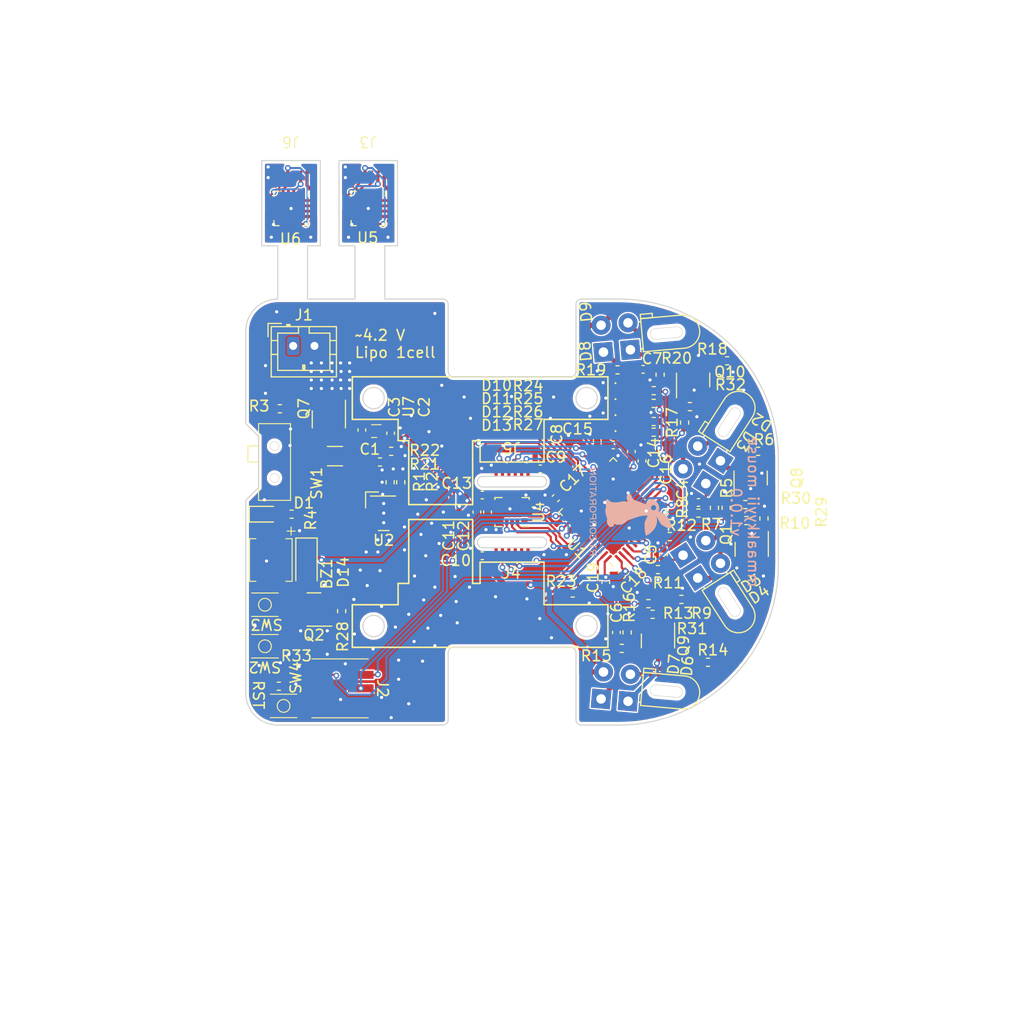
<source format=kicad_pcb>
(kicad_pcb (version 20221018) (generator pcbnew)
  (layers (0 "F.Cu" signal) (31 "B.Cu" signal) (34 "B.Paste" user) (35 "F.Paste" user) (36 "B.SilkS" user "B.Silkscreen") (37 "F.SilkS" user "F.Silkscreen") (38 "B.Mask" user) (39 "F.Mask" user) (44 "Edge.Cuts" user))
  (net 0 "")
  (net 1 "+3.3V")
  (net 2 "/LED_FR")
  (net 3 "/LED_L")
  (net 4 "/LED_FL")
  (net 5 "/NRST")
  (net 6 "/SENSOR_R")
  (net 7 "/SENSOR_FR")
  (net 8 "/SENSOR_L")
  (net 9 "/SENSOR_FL")
  (net 10 "/SPI1_NSS")
  (net 11 "/SPI1_CLK")
  (net 12 "/SPI1_MISO")
  (net 13 "/SPI1_MOSI")
  (net 14 "/LED1")
  (net 15 "/LED2")
  (net 16 "/LED3")
  (net 17 "/LED4")
  (net 18 "/BUZZER")
  (net 19 "/SPI2_NSS")
  (net 20 "/SPI2_CLK")
  (net 21 "/SPI2_MISO")
  (net 22 "/SPI2_MOSI")
  (net 24 "/AIN1")
  (net 25 "/AIN2")
  (net 26 "/BIN1")
  (net 27 "/BIN2")
  (net 28 "/SW2")
  (net 29 "/SYS_JTMS-SWDIO")
  (net 30 "/SYS_JTMS-SWCLK")
  (net 31 "/SPI3_NSS")
  (net 32 "/SW1")
  (net 34 "/SPI3_CLK")
  (net 35 "/SPI3_MISO")
  (net 36 "/SPI3_MOSI")
  (net 37 "/UART1_TX")
  (net 38 "/UART1_RX")
  (net 39 "Net-(U1-PB8)")
  (net 40 "/LED_R")
  (net 41 "GND")
  (net 42 "VCC")
  (net 43 "Net-(M1-+)")
  (net 44 "Net-(M1--)")
  (net 45 "Net-(M2-+)")
  (net 46 "Net-(M2--)")
  (net 47 "Net-(U2-MODE)")
  (net 48 "Net-(U2-nSLEEP)")
  (net 69 "/ENC/ENC_MOSI")
  (net 70 "/ENC/ENC_CS")
  (net 71 "/ENC/ENC_MISO")
  (net 72 "/ENC/ENC_SCLK")
  (net 73 "/ENC1/ENC_MOSI")
  (net 74 "/ENC1/ENC_CS")
  (net 75 "/ENC1/ENC_MISO")
  (net 76 "/ENC1/ENC_SCLK")
  (net 77 "Net-(D1-A)")
  (net 78 "Net-(D2-K)")
  (net 79 "Net-(D2-A)")
  (net 80 "Net-(D3-K)")
  (net 81 "Net-(D4-K)")
  (net 82 "Net-(D4-A)")
  (net 83 "Net-(D5-K)")
  (net 84 "Net-(D6-K)")
  (net 85 "Net-(D6-A)")
  (net 86 "Net-(D7-K)")
  (net 87 "Net-(D8-K)")
  (net 88 "Net-(D8-A)")
  (net 89 "Net-(D9-K)")
  (net 90 "Net-(D10-A)")
  (net 91 "Net-(D11-A)")
  (net 92 "Net-(D12-A)")
  (net 93 "Net-(D13-A)")
  (net 94 "Net-(Q7-G)")
  (net 95 "Net-(J1-Pin_1)")
  (net 96 "Net-(BZ1-+)")
  (net 97 "Net-(Q1-G)")
  (net 98 "Net-(Q8-G)")
  (net 99 "Net-(Q9-G)")
  (net 100 "/ENC/ENC_GND")
  (net 101 "/ENC/ENC_VDD")
  (net 102 "/ENC1/ENC_GND")
  (net 103 "/ENC1/ENC_VDD")
  (net 104 "Net-(Q10-G)")
  (net 108 "/BATT_ADC")
  (footprint "Capacitor_SMD:C_0402_1005Metric" (layer "F.Cu") (at 149.8 111.3 90)
    (fp_text reference "C6")
    (fp_text value "0.1u")
  )
  (footprint "micromouse:PhotoDiode" (layer "F.Cu") (at 158.5 94.5 147.2)
    (fp_text reference "D3")
    (fp_text value "LTR-4206E")
  )
  (footprint "Package_TO_SOT_SMD:SOT-23-3" (layer "F.Cu") (at 122.8 91.3 -90)
    (fp_text reference "Q7")
    (fp_text value "GSFC02A05")
  )
  (footprint "Connector_JST:JST_PH_B2B-PH-K_1x02_P2.00mm_Vertical" (layer "F.Cu") (at 119.45 84.4)
    (fp_text reference "J1")
    (fp_text value "Conn_01x02_Pin")
  )
  (footprint "Resistor_SMD:R_0402_1005Metric" (layer "F.Cu") (at 127.6 95.3)
    (fp_text reference "R21")
    (fp_text value "6.8k")
  )
  (footprint "LED_SMD:LED_0402_1005Metric" (layer "F.Cu") (at 150.8 92.4)
    (fp_text reference "D13")
    (fp_text value "LED")
  )
  (footprint "Capacitor_SMD:C_0402_1005Metric" (layer "F.Cu") (at 151.2 94.32 90)
    (fp_text reference "C14")
    (fp_text value "0.1u")
  )
  (footprint "micromouse:NANOT 100 AS" (layer "F.Cu") (at 116.8 112.6)
    (fp_text reference "SW2")
    (fp_text value "NANOT 100 AS")
  )
  (footprint "Capacitor_SMD:C_0402_1005Metric" (layer "F.Cu") (at 137.2 98.4 180)
    (fp_text reference "C13")
    (fp_text value "10n")
  )
  (footprint "micromouse:LED" (layer "F.Cu") (at 158.5 105.5 32.8)
    (fp_text reference "D4")
    (fp_text value "OSI5FU3A11C")
    (fp_line (start -0.508 2.492) (end -0.508 4.492) (stroke (width 0.05)) (layer "Edge.Cuts"))
    (fp_line (start 0.508 4.492) (end 0.508 2.492) (stroke (width 0.05)) (layer "Edge.Cuts"))
    (fp_arc (start -0.508 2.492) (mid 0 1.984) (end 0.508 2.492) (stroke (width 0.05)) (layer "Edge.Cuts"))
    (fp_arc (start 0.508 4.5) (mid 0 5.008) (end -0.508 4.5) (stroke (width 0.05)) (layer "Edge.Cuts"))
  )
  (footprint "Resistor_SMD:R_0402_1005Metric" (layer "F.Cu") (at 153.9 87.1 -90)
    (fp_text reference "R20")
    (fp_text value "10k")
  )
  (footprint "Package_DFN_QFN:QFN-48-1EP_7x7mm_P0.5mm_EP5.6x5.6mm" (layer "F.Cu") (at 149.5 100 135)
    (fp_text reference "U1")
    (fp_text value "STM32G474CEUx")
  )
  (footprint "Package_TO_SOT_SMD:SOT-23" (layer "F.Cu") (at 162.5 103.5 -90)
    (fp_text reference "Q1")
    (fp_text value "DMN63D8L-7")
  )
  (footprint "micromouse:Motor_PAD" (layer "F.Cu") (at 123.85 97 -90)
    (fp_text reference "M1" hide)
    (fp_text value "Motor_DC")
  )
  (footprint "Resistor_SMD:R_0402_1005Metric" (layer "F.Cu") (at 124 109.3 -90)
    (fp_text reference "R28")
    (fp_text value "10k")
  )
  (footprint "micromouse:LED" (layer "F.Cu") (at 151 83.5 95)
    (fp_text reference "D8")
    (fp_text value "OSI5FU3A11C")
    (fp_line (start -0.508 2.492) (end -0.508 4.492) (stroke (width 0.05)) (layer "Edge.Cuts"))
    (fp_line (start 0.508 4.492) (end 0.508 2.492) (stroke (width 0.05)) (layer "Edge.Cuts"))
    (fp_arc (start -0.508 2.492) (mid 0 1.984) (end 0.508 2.492) (stroke (width 0.05)) (layer "Edge.Cuts"))
    (fp_arc (start 0.508 4.5) (mid 0 5.008) (end -0.508 4.5) (stroke (width 0.05)) (layer "Edge.Cuts"))
  )
  (footprint "micromouse:PhotoDiode" (layer "F.Cu") (at 158.5 105.5 32.8)
    (fp_text reference "D5")
    (fp_text value "LTR-4206E")
  )
  (footprint "Resistor_SMD:R_0402_1005Metric" (layer "F.Cu") (at 153.7 105.4 180)
    (fp_text reference "R11")
    (fp_text value "300")
  )
  (footprint "Capacitor_SMD:C_0402_1005Metric" (layer "F.Cu") (at 125.9 92.3 90)
    (fp_text reference "C3")
    (fp_text value "1u")
  )
  (footprint "Resistor_SMD:R_0402_1005Metric" (layer "F.Cu") (at 158.4 114.1 180)
    (fp_text reference "R14")
    (fp_text value "15")
  )
  (footprint "Resistor_SMD:R_0402_1005Metric" (layer "F.Cu") (at 150.8 111.3 -90)
    (fp_text reference "R16")
    (fp_text value "10k")
  )
  (footprint "Resistor_SMD:R_0402_1005Metric" (layer "F.Cu") (at 160.2 85.8 180)
    (fp_text reference "R18")
    (fp_text value "15")
  )
  (footprint "Resistor_SMD:R_0402_1005Metric" (layer "F.Cu") (at 160.1 99.6 90)
    (fp_text reference "R5")
    (fp_text value "10")
  )
  (footprint "Resistor_SMD:R_0402_1005Metric" (layer "F.Cu") (at 129.55 97.2 90)
    (fp_text reference "R2")
    (fp_text value "0")
  )
  (footprint "Resistor_SMD:R_0402_1005Metric" (layer "F.Cu") (at 156.7 90.1)
    (fp_text reference "R32")
    (fp_text value "10k")
  )
  (footprint "micromouse:NANOT 100 AS" (layer "F.Cu") (at 116.8 108.7)
    (fp_text reference "SW3")
    (fp_text value "NANOT 100 AS")
  )
  (footprint "Capacitor_SMD:C_0402_1005Metric" (layer "F.Cu") (at 142.65 95.95)
    (fp_text reference "C9")
    (fp_text value "0.1u")
  )
  (footprint "micromouse:LED" (layer "F.Cu") (at 158.5 94.5 147.2)
    (fp_text reference "D2")
    (fp_text value "OSI5FU3A11C")
    (fp_line (start -0.508 2.492) (end -0.508 4.492) (stroke (width 0.05)) (layer "Edge.Cuts"))
    (fp_line (start 0.508 4.492) (end 0.508 2.492) (stroke (width 0.05)) (layer "Edge.Cuts"))
    (fp_arc (start -0.508 2.492) (mid 0 1.984) (end 0.508 2.492) (stroke (width 0.05)) (layer "Edge.Cuts"))
    (fp_arc (start 0.508 4.5) (mid 0 5.008) (end -0.508 4.5) (stroke (width 0.05)) (layer "Edge.Cuts"))
  )
  (footprint "LED_SMD:LED_0402_1005Metric" (layer "F.Cu") (at 150.8 89.4)
    (fp_text reference "D11")
    (fp_text value "LED")
  )
  (footprint "LED_SMD:LED_0603_1608Metric" (layer "F.Cu") (at 116.8 100.2)
    (fp_text reference "D1")
    (fp_text value "LED")
  )
  (footprint "micromouse:ENC_CONN" (layer "F.Cu") (at 126.5 68.45 180)
    (fp_text reference "J3")
    (fp_text value "Conn_01x06_Pin")
  )
  (footprint "micromouse:ENC_CONN" (layer "F.Cu") (at 140 96.1 180)
    (fp_text reference "J5")
    (fp_text value "Conn_01x06_Pin")
  )
  (footprint "Resistor_SMD:R_0402_1005Metric" (layer "F.Cu") (at 156.2 91.6 90)
    (fp_text reference "R17")
    (fp_text value "10")
  )
  (footprint "Package_TO_SOT_SMD:SOT-23" (layer "F.Cu") (at 121.4 109.15 180)
    (fp_text reference "Q2")
    (fp_text value "DMN63D8L-7")
  )
  (footprint "Package_DFN_QFN:QFN-16-1EP_3x3mm_P0.5mm_EP1.7x1.7mm" (layer "F.Cu") (at 126.5 71.5 -90)
    (fp_text reference "U5")
    (fp_text value "MAQ473GQE-AEC1-Z")
  )
  (footprint "Package_LGA:LGA-14_3x2.5mm_P0.5mm_LayoutBorder3x4y" (layer "F.Cu") (at 140 100 180)
    (fp_text reference "U4")
    (fp_text value "ICM-42688-P")
  )
  (footprint "Capacitor_SMD:C_0402_1005Metric" (layer "F.Cu") (at 148 93.3 90)
    (fp_text reference "C8")
    (fp_text value "0.1u")
  )
  (footprint "micromouse:ENC_CONN" (layer "F.Cu") (at 140 103.9)
    (fp_text reference "J4")
    (fp_text value "Conn_01x06_Pin")
  )
  (footprint "Capacitor_SMD:C_0402_1005Metric" (layer "F.Cu") (at 137.2 104.1 180)
    (fp_text reference "C10")
    (fp_text value "0.1u")
  )
  (footprint "Resistor_SMD:R_0402_1005Metric" (layer "F.Cu") (at 128.55 97.2 90)
    (fp_text reference "R1")
    (fp_text value "0")
  )
  (footprint "Resistor_SMD:R_0402_1005Metric" (layer "F.Cu") (at 119.3 100.2 180)
    (fp_text reference "R4")
    (fp_text value "1k")
  )
  (footprint "Capacitor_SMD:C_0402_1005Metric" (layer "F.Cu") (at 150.3 105.9 -135)
    (fp_text reference "C18")
    (fp_text value "0.1u")
  )
  (footprint "Resistor_SMD:R_0402_1005Metric" (layer "F.Cu") (at 155.9 108.2)
    (fp_text reference "R9")
    (fp_text value "10")
  )
  (footprint "Resistor_SMD:R_0402_1005Metric" (layer "F.Cu") (at 118.1 116.35)
    (fp_text reference "R33")
    (fp_text value "10k")
  )
  (footprint "micromouse:PhotoDiode" (layer "F.Cu") (at 151 116.5 85)
    (fp_text reference "D7")
    (fp_text value "LTR-4206E")
  )
  (footprint "micromouse:SMT-0440-T-HT-R" (layer "F.Cu") (at 117.35 104.5 -90)
    (fp_text reference "BZ1")
    (fp_text value "SMT-0440-T-HT-R")
  )
  (footprint "Capacitor_SMD:C_0402_1005Metric" (layer "F.Cu") (at 152.3 86.6)
    (fp_text reference "C7")
    (fp_text value "0.1u")
  )
  (footprint "Resistor_SMD:R_0402_1005Metric" (layer "F.Cu") (at 128.65 94.3)
    (fp_text reference "R22")
    (fp_text value "15k")
  )
  (footprint "Resistor_SMD:R_0402_1005Metric" (layer "F.Cu") (at 150.3 112.8)
    (fp_text reference "R15")
    (fp_text value "300")
  )
  (footprint "Capacitor_SMD:C_0402_1005Metric" (layer "F.Cu") (at 149.5 93.7 180)
    (fp_text reference "C15")
    (fp_text value "0.1u")
  )
  (footprint "Resistor_SMD:R_0402_1005Metric" (layer "F.Cu") (at 159 99.6 -90)
    (fp_text reference "R7")
    (fp_text value "300")
  )
  (footprint "Capacitor_SMD:C_0402_1005Metric" (layer "F.Cu") (at 154.2 104 90)
    (fp_text reference "C5")
    (fp_text value "0.1u")
  )
  (footprint "Package_TO_SOT_SMD:SOT-23" (layer "F.Cu") (at 153.7 112.1 -90)
    (fp_text reference "Q9")
    (fp_text value "DMN63D8L-7")
  )
  (footprint "micromouse:PhotoDiode" (layer "F.Cu") (at 151 83.5 95)
    (fp_text reference "D9")
    (fp_text value "LTR-4206E")
  )
  (footprint "micromouse:LED" (layer "F.Cu") (at 151 116.5 85)
    (fp_text reference "D6")
    (fp_text value "OSI5FU3A11C")
    (fp_line (start -0.508 2.492) (end -0.508 4.492) (stroke (width 0.05)) (layer "Edge.Cuts"))
    (fp_line (start 0.508 4.492) (end 0.508 2.492) (stroke (width 0.05)) (layer "Edge.Cuts"))
    (fp_arc (start -0.508 2.492) (mid 0 1.984) (end 0.508 2.492) (stroke (width 0.05)) (layer "Edge.Cuts"))
    (fp_arc (start 0.508 4.5) (mid 0 5.008) (end -0.508 4.5) (stroke (width 0.05)) (layer "Edge.Cuts"))
  )
  (footprint "Package_DFN_QFN:QFN-16-1EP_3x3mm_P0.5mm_EP1.7x1.7mm" (layer "F.Cu") (at 119.25 71.5 -90)
    (fp_text reference "U6")
    (fp_text value "MAQ473GQE-AEC1-Z")
  )
  (footprint "micromouse:Motor_PAD" (layer "F.Cu") (at 123.85 101 -90)
    (fp_text reference "M2" hide)
    (fp_text value "Motor_DC")
  )
  (footprint "Diode_SMD:D_SOD-123" (layer "F.Cu") (at 120.7 104.8 -90)
    (fp_text reference "D14")
    (fp_text value "1N4448W-TP")
  )
  (footprint "Resistor_SMD:R_0402_1005Metric" (layer "F.Cu") (at 161.9 99.3)
    (fp_text reference "R30")
    (fp_text value "10k")
  )
  (footprint "Resistor_SMD:R_0402_1005Metric" (layer "F.Cu") (at 153.3 88.6)
    (fp_text reference "R24")
    (fp_text value "1k")
  )
  (footprint "Resistor_SMD:R_0402_1005Metric" (layer "F.Cu") (at 163.65 100.6 90)
    (fp_text reference "R29")
    (fp_text value "10k")
  )
  (footprint "Resistor_SMD:R_0402_1005Metric" (layer "F.Cu") (at 153.3 89.8)
    (fp_text reference "R25")
    (fp_text value "1k")
  )
  (footprint "Resistor_SMD:R_0402_1005Metric" (layer "F.Cu") (at 154.8 102.3)
    (fp_text reference "R12")
    (fp_text value "10k")
  )
  (footprint "Capacitor_SMD:C_0402_1005Metric" (layer "F.Cu") (at 128.6 92.6 90)
    (fp_text reference "C2")
    (fp_text value "1u")
  )
  (footprint "Capacitor_SMD:C_0402_1005Metric" (layer "F.Cu") (at 137.7 100 -90)
    (fp_text reference "C12")
    (fp_text value "0.1u")
  )
  (footprint "LED_SMD:LED_0402_1005Metric" (layer "F.Cu") (at 150.8 87.9)
    (fp_text reference "D10")
    (fp_text value "LED")
  )
  (footprint "micromouse:XDFN4 1.0x1.0, 0.65P" (layer "F.Cu") (at 127.3 92.4 90)
    (fp_text reference "U7")
    (fp_text value "NCP177AMX330TCG")
  )
  (footprint "Capacitor_SMD:C_0402_1005Metric" (layer "F.Cu") (at 157.5 99.1 180)
    (fp_text reference "C4")
    (fp_text value "0.1u")
  )
  (footprint "Resistor_SMD:R_0402_1005Metric" (layer "F.Cu") (at 145.7 107.6)
    (fp_text reference "R23")
    (fp_text value "0")
  )
  (footprint "Resistor_SMD:R_0402_1005Metric" (layer "F.Cu") (at 153.3 91.5)
    (fp_text reference "R26")
    (fp_text value "1k")
  )
  (footprint "micromouse:20021221-00006C4LF" (layer "F.Cu") (at 123.85 116.55 -90)
    (fp_text reference "J2")
    (fp_text value "Conn_02x03_Odd_Even")
  )
  (footprint "micromouse:ENC_CONN" (layer "F.Cu") (at 119.25 68.45 180)
    (fp_text reference "J6")
    (fp_text value "Conn_01x06_Pin")
  )
  (footprint "Resistor_SMD:R_0402_1005Metric" (layer "F.Cu") (at 157.5 100.1)
    (fp_text reference "R8")
    (fp_text value "10k")
  )
  (footprint "Capacitor_SMD:C_0402_1005Metric" (layer "F.Cu") (at 152.2 95.2 90)
    (fp_text reference "C16")
    (fp_text value "0.1u")
  )
  (footprint "Package_TO_SOT_SMD:SOT-23" (layer "F.Cu") (at 157 87.6 90)
    (fp_text reference "Q10")
    (fp_text value "DMN63D8L-7")
  )
  (footprint "Resistor_SMD:R_0402_1005Metric" (layer "F.Cu") (at 153.2 109.6 180)
    (fp_text reference "R31")
    (fp_text value "10k")
  )
  (footprint "Resistor_SMD:R_0402_1005Metric" (layer "F.Cu") (at 163.1 94.3 180)
    (fp_text reference "R6")
    (fp_text value "15")
  )
  (footprint "Resistor_SMD:R_0402_1005Metric" (layer "F.Cu") (at 162 100.8 180)
    (fp_text reference "R10")
    (fp_text value "15")
  )
  (footprint "Resistor_SMD:R_0402_1005Metric" (layer "F.Cu") (at 152.8 108.6)
    (fp_text reference "R13")
    (fp_text value "10")
  )
  (footprint "Package_SON:WSON-12-1EP_3x2mm_P0.5mm_EP1x2.65" (layer "F.Cu") (at 127.95 100.115)
    (fp_text reference "U2")
    (fp_text value "DRV8836DSSR")
  )
  (footprint "micromouse:AYZ0102AGRLC" (layer "F.Cu") (at 117.7 95.3 -90)
    (fp_text reference "SW1")
    (fp_text value "AYZ0102AGRLC")
    (fp_circle (center -1.5 0) (end -1.075 0) (stroke (width 0.05)) (fill none) (layer "Edge.Cuts"))
    (fp_circle (center 1.5 0) (end 1.925 0) (stroke (width 0.05)) (fill none) (layer "Edge.Cuts"))
  )
  (footprint "Capacitor_SMD:C_1206_3216Metric" (layer "F.Cu") (at 123.375 94.75 180)
    (fp_text reference "C1")
    (fp_text value "10u")
  )
  (footprint "Package_TO_SOT_SMD:SOT-23" (layer "F.Cu") (at 162.4 96.8 90)
    (fp_text reference "Q8")
    (fp_text value "DMN63D8L-7")
  )
  (footprint "Capacitor_SMD:C_0402_1005Metric" (layer "F.Cu") (at 144.1 98.7 -135)
    (fp_text reference "C17")
    (fp_text value "0.1u")
  )
  (footprint "Resistor_SMD:R_0402_1005Metric" (layer "F.Cu") (at 118.2 90.3 180)
    (fp_text reference "R3")
    (fp_text value "100k")
  )
  (footprint "LED_SMD:LED_0402_1005Metric" (layer "F.Cu") (at 150.8 90.9)
    (fp_text reference "D12")
    (fp_text value "LED")
  )
  (footprint "Capacitor_SMD:C_0402_1005Metric" (layer "F.Cu") (at 136.7 100 -90)
    (fp_text reference "C11")
    (fp_text value "2.2u")
  )
  (footprint "Resistor_SMD:R_0402_1005Metric" (layer "F.Cu") (at 149.9 86.65 180)
    (fp_text reference "R19")
    (fp_text value "300")
  )
  (footprint "Resistor_SMD:R_0402_1005Metric" (layer "F.Cu") (at 153.3 92.5)
    (fp_text reference "R27")
    (fp_text value "1k")
  )
  (footprint "micromouse:NANOT 100 AS" (layer "F.Cu") (at 118.55 118.2 180)
    (fp_text reference "SW4")
    (fp_text value "NANOT 100 AS")
  )
  (footprint "Capacitor_SMD:C_0402_1005Metric" (layer "F.Cu") (at 148.8 106.6 -90)
    (fp_text reference "C19")
    (fp_text value "0.1u")
  )
  (footprint "LOGO" (layer "B.Cu") (at 151.1 100 90)
    (fp_text reference "G***" hide)
    (fp_text value "LOGO" hide)
  )
  (gr_line (start 130.3 100.7) (end 136.3 100.7) (stroke (width 0.15)) (layer "F.SilkS"))
  (gr_line (start 149 108.7) (end 149 112.7) (stroke (width 0.15)) (layer "F.SilkS"))
  (gr_line (start 129.3 108.7) (end 129.3 106.7) (stroke (width 0.15)) (layer "F.SilkS"))
  (gr_line (start 125 91.3) (end 129.3 91.3) (stroke (width 0.15)) (layer "F.SilkS"))
  (gr_line (start 143 108.7) (end 149 108.7) (stroke (width 0.15)) (layer "F.SilkS"))
  (gr_line (start 149 91.3) (end 149 87.3) (stroke (width 0.15)) (layer "F.SilkS"))
  (gr_line (start 136.3 99.3) (end 136.3 93.3) (stroke (width 0.15)) (layer "F.SilkS"))
  (gr_line (start 137 104.7) (end 143 104.7) (stroke (width 0.15)) (layer "F.SilkS"))
  (gr_line (start 125 108.7) (end 129.3 108.7) (stroke (width 0.15)) (layer "F.SilkS"))
  (gr_line (start 143 104.7) (end 143 108.7) (stroke (width 0.15)) (layer "F.SilkS"))
  (gr_line (start 130.3 93.3) (end 130.3 99.3) (stroke (width 0.15)) (layer "F.SilkS"))
  (gr_line (start 143 91.3) (end 143 95.3) (stroke (width 0.15)) (layer "F.SilkS"))
  (gr_line (start 149 112.7) (end 125 112.7) (stroke (width 0.15)) (layer "F.SilkS"))
  (gr_line (start 149 87.3) (end 125 87.3) (stroke (width 0.15)) (layer "F.SilkS"))
  (gr_line (start 136.3 93.3) (end 137 93.3) (stroke (width 0.15)) (layer "F.SilkS"))
  (gr_line (start 143 91.3) (end 149 91.3) (stroke (width 0.15)) (layer "F.SilkS"))
  (gr_line (start 130.3 106.7) (end 130.3 100.7) (stroke (width 0.15)) (layer "F.SilkS"))
  (gr_line (start 137 106.7) (end 137 104.7) (stroke (width 0.15)) (layer "F.SilkS"))
  (gr_line (start 125 112.7) (end 125 108.7) (stroke (width 0.15)) (layer "F.SilkS"))
  (gr_line (start 137 95.3) (end 143 95.3) (stroke (width 0.15)) (layer "F.SilkS"))
  (gr_line (start 136.3 100.7) (end 136.3 106.7) (stroke (width 0.15)) (layer "F.SilkS"))
  (gr_line (start 136.3 99.3) (end 130.3 99.3) (stroke (width 0.15)) (layer "F.SilkS"))
  (gr_line (start 137 93.3) (end 137 95.3) (stroke (width 0.15)) (layer "F.SilkS"))
  (gr_line (start 129.3 93.3) (end 130.3 93.3) (stroke (width 0.15)) (layer "F.SilkS"))
  (gr_line (start 125 87.3) (end 125 91.3) (stroke (width 0.15)) (layer "F.SilkS"))
  (gr_line (start 129.3 91.3) (end 129.3 93.3) (stroke (width 0.15)) (layer "F.SilkS"))
  (gr_line (start 129.3 106.7) (end 130.3 106.7) (stroke (width 0.15)) (layer "F.SilkS"))
  (gr_line (start 136.3 106.7) (end 137 106.7) (stroke (width 0.15)) (layer "F.SilkS"))
  (gr_line (start 133.5 80) (end 128.05 80) (stroke (width 0.1)) (layer "Edge.Cuts"))
  (gr_circle (center 147 110.7) (end 147 109.7) (stroke (width 0.1)) (fill none) (layer "Edge.Cuts"))
  (gr_line (start 134 119.5) (end 134 113.2) (stroke (width 0.1)) (layer "Edge.Cuts"))
  (gr_line (start 142.75 103.35) (end 137.25 103.35) (stroke (width 0.1)) (layer "Edge.Cuts"))
  (gr_line (start 116.2 92.9) (end 116.2 97.7) (stroke (width 0.1)) (layer "Edge.Cuts"))
  (gr_line (start 118 120) (end 133.5 120) (stroke (width 0.1)) (layer "Edge.Cuts"))
  (gr_arc (start 150 80) (mid 160.606602 84.393398) (end 165 95) (stroke (width 0.1)) (layer "Edge.Cuts"))
  (gr_line (start 115 83) (end 115 91.7) (stroke (width 0.1)) (layer "Edge.Cuts"))
  (gr_line (start 150 80) (end 146.5 80) (stroke (width 0.1)) (layer "Edge.Cuts"))
  (gr_line (start 146 80.5) (end 146 86.8) (stroke (width 0.1)) (layer "Edge.Cuts"))
  (gr_arc (start 146 80.5) (mid 146.146447 80.146447) (end 146.5 80) (stroke (width 0.1)) (layer "Edge.Cuts"))
  (gr_line (start 115 98.9) (end 115 117) (stroke (width 0.1)) (layer "Edge.Cuts"))
  (gr_line (start 134.5 112.7) (end 145.5 112.7) (stroke (width 0.1)) (layer "Edge.Cuts"))
  (gr_line (start 129.25 67) (end 129.25 75) (stroke (width 0.1)) (layer "Edge.Cuts"))
  (gr_line (start 115 91.7) (end 116.2 92.9) (stroke (width 0.1)) (layer "Edge.Cuts"))
  (gr_line (start 165 105) (end 165 95) (stroke (width 0.1)) (layer "Edge.Cuts"))
  (gr_line (start 125.25 75) (end 123.75 75) (stroke (width 0.1)) (layer "Edge.Cuts"))
  (gr_line (start 125.25 80) (end 120.8 80) (stroke (width 0.1)) (layer "Edge.Cuts"))
  (gr_arc (start 137.25 103.35) (mid 136.75 102.85) (end 137.25 102.35) (stroke (width 0.1)) (layer "Edge.Cuts"))
  (gr_arc (start 142.75 96.65) (mid 143.25 97.15) (end 142.75 97.65) (stroke (width 0.1)) (layer "Edge.Cuts"))
  (gr_line (start 137.25 102.35) (end 142.75 102.35) (stroke (width 0.1)) (layer "Edge.Cuts"))
  (gr_line (start 137.25 96.65) (end 142.75 96.65) (stroke (width 0.1)) (layer "Edge.Cuts"))
  (gr_line (start 134 86.8) (end 134 80.5) (stroke (width 0.1)) (layer "Edge.Cuts"))
  (gr_arc (start 134 119.5) (mid 133.853553 119.853553) (end 133.5 120) (stroke (width 0.1)) (layer "Edge.Cuts"))
  (gr_arc (start 137.25 97.65) (mid 136.75 97.15) (end 137.25 96.65) (stroke (width 0.1)) (layer "Edge.Cuts"))
  (gr_line (start 122 67) (end 122 75) (stroke (width 0.1)) (layer "Edge.Cuts"))
  (gr_arc (start 133.5 80) (mid 133.853553 80.146447) (end 134 80.5) (stroke (width 0.1)) (layer "Edge.Cuts"))
  (gr_line (start 122 75) (end 120.8 75) (stroke (width 0.1)) (layer "Edge.Cuts"))
  (gr_line (start 115 98.9) (end 116.2 97.7) (stroke (width 0.1)) (layer "Edge.Cuts"))
  (gr_line (start 116.5 75) (end 116.5 67) (stroke (width 0.1)) (layer "Edge.Cuts"))
  (gr_arc (start 146 86.8) (mid 145.853553 87.153553) (end 145.5 87.3) (stroke (width 0.1)) (layer "Edge.Cuts"))
  (gr_line (start 129.25 75) (end 128.05 75) (stroke (width 0.1)) (layer "Edge.Cuts"))
  (gr_arc (start 115 83) (mid 115.87868 80.87868) (end 118 80) (stroke (width 0.1)) (layer "Edge.Cuts"))
  (gr_arc (start 142.75 102.35) (mid 143.25 102.85) (end 142.75 103.35) (stroke (width 0.1)) (layer "Edge.Cuts"))
  (gr_arc (start 134.5 87.3) (mid 134.146447 87.153553) (end 134 86.8) (stroke (width 0.1)) (layer "Edge.Cuts"))
  (gr_circle (center 147 89.3) (end 147 88.3) (stroke (width 0.1)) (fill none) (layer "Edge.Cuts"))
  (gr_line (start 120.8 75) (end 120.8 80) (stroke (width 0.1)) (layer "Edge.Cuts"))
  (gr_arc (start 146.5 120) (mid 146.146447 119.853553) (end 146 119.5) (stroke (width 0.1)) (layer "Edge.Cuts"))
  (gr_arc (start 145.5 112.7) (mid 145.853553 112.846447) (end 146 113.2) (stroke (width 0.1)) (layer "Edge.Cuts"))
  (gr_line (start 146.5 120) (end 150 120) (stroke (width 0.1)) (layer "Edge.Cuts"))
  (gr_line (start 146 113.2) (end 146 119.5) (stroke (width 0.1)) (layer "Edge.Cuts"))
  (gr_line (start 118 75) (end 116.5 75) (stroke (width 0.1)) (layer "Edge.Cuts"))
  (gr_circle (center 127 89.3) (end 127 88.3) (stroke (width 0.1)) (fill none) (layer "Edge.Cuts"))
  (gr_arc (start 118 120) (mid 115.87868 119.12132) (end 115 117) (stroke (width 0.1)) (layer "Edge.Cuts"))
  (gr_line (start 123.75 75) (end 123.75 67) (stroke (width 0.1)) (layer "Edge.Cuts"))
  (gr_line (start 116.5 67) (end 122 67) (stroke (width 0.1)) (layer "Edge.Cuts"))
  (gr_arc (start 134 113.2) (mid 134.146447 112.846447) (end 134.5 112.7) (stroke (width 0.1)) (layer "Edge.Cuts"))
  (gr_arc (start 165 105) (mid 160.606602 115.606602) (end 150 120) (stroke (width 0.1)) (layer "Edge.Cuts"))
  (gr_line (start 142.75 97.65) (end 137.25 97.65) (stroke (width 0.1)) (layer "Edge.Cuts"))
  (gr_line (start 128.05 75) (end 128.05 80) (stroke (width 0.1)) (layer "Edge.Cuts"))
  (gr_line (start 125.25 80) (end 125.25 75) (stroke (width 0.1)) (layer "Edge.Cuts"))
  (gr_line (start 123.75 67) (end 129.25 67) (stroke (width 0.1)) (layer "Edge.Cuts"))
  (gr_circle (center 127 110.7) (end 127 109.7) (stroke (width 0.1)) (fill none) (layer "Edge.Cuts"))
  (gr_line (start 118 80) (end 118 75) (stroke (width 0.1)) (layer "Edge.Cuts"))
  (gr_line (start 145.5 87.3) (end 134.5 87.3) (stroke (width 0.1)) (layer "Edge.Cuts"))
  (gr_text "mmaakkyyii mouse\nv1.0.0" (at 160.45 100 270) (layer "B.SilkS") (effects (font (size 1 1)) (justify bottom mirror)))
  (gr_text "~4.2 V\nLipo 1cell" (at 125.15 85.6) (layer "F.SilkS") (effects (font (size 1 1)) (justify left bottom)))
  (gr_text "RST" (at 115.6 115.7 -90) (layer "F.SilkS") (effects (font (size 1 1)) (justify left bottom)))
  (segment (start 163.34764 89.47123) (end 163.618705 90.177377) (width 0.5) (layer "F.Cu") (net 1))
  (segment (start 160.479753 114.944928) (end 159.944928 115.479753) (width 0.5) (layer "F.Cu") (net 1))
  (segment (start 152.632823 80.794541) (end 153.372671 80.951801) (width 0.5) (layer "F.Cu") (net 1))
  (segment (start 138.45 103.95) (end 138.5 103.9) (width 0.25) (layer "F.Cu") (net 1))
  (segment (start 137.703624 94.15) (end 142.39269 94.15) (width 0.5) (layer "F.Cu") (net 1))
  (segment (start 146.9 87) (end 146.9 82.9) (width 0.5) (layer "F.Cu") (net 1))
  (segment (start 153.372671 119.048199) (end 152.632823 119.205459) (width 0.5) (layer "F.Cu") (net 1))
  (segment (start 115.923 107.277) (end 116.7 108.054) (width 0.2) (layer "F.Cu") (net 1))
  (segment (start 159.944928 115.479753) (end 159.382822 115.985874) (width 0.5) (layer "F.Cu") (net 1))
  (segment (start 163.618705 90.177377) (end 163.85243 90.896709) (width 0.5) (layer "F.Cu") (net 1))
  (segment (start 141.75 106.85) (end 141.65 106.75) (width 0.5) (layer "F.Cu") (net 1))
  (segment (start 154.822623 118.618705) (end 154.103291 118.85243) (width 0.5) (layer "F.Cu") (net 1))
  (segment (start 156.893703 82.3034) (end 157.548734 82.681581) (width 0.5) (layer "F.Cu") (net 1))
  (segment (start 158.823009 102.676991) (end 160.8 100.7) (width 0.4) (layer "F.Cu") (net 1))
  (segment (start 135.0495 99.45) (end 135.25 99.45) (width 0.5) (layer "F.Cu") (net 1))
  (segment (start 135.75 96.103624) (end 137.703624 94.15) (width 0.5) (layer "F.Cu") (net 1))
  (segment (start 163.61 94.3) (end 164.223849 94.3) (width 0.4) (layer "F.Cu") (net 1))
  (segment (start 163.039994 88.780245) (end 163.126179 88.973821) (width 0.5) (layer "F.Cu") (net 1))
  (segment (start 158.191581 102.676991) (end 158.623009 102.676991) (width 0.2) (layer "F.Cu") (net 1))
  (segment (start 157.548734 117.318419) (end 156.893703 117.6966) (width 0.5) (layer "F.Cu") (net 1))
  (segment (start 137.83 103.95) (end 138.45 103.95) (width 0.25) (layer "F.Cu") (net 1))
  (segment (start 152.2 95.68) (end 151.32 94.8) (width 0.2) (layer "F.Cu") (net 1))
  (segment (start 164.048199 91.627329) (end 164.205459 92.367177) (width 0.5) (layer "F.Cu") (net 1))
  (segment (start 155.52877 118.34764) (end 154.822623 118.618705) (width 0.5) (layer "F.Cu") (net 1))
  (segment (start 161.906462 86.816909) (end 162.318419 87.451266) (width 0.5) (layer "F.Cu") (net 1))
  (segment (start 148.7 104.689087) (end 149.013864 104.375223) (width 0.2) (layer "F.Cu") (net 1))
  (segment (start 164.448 98.802) (end 164.45 98.8) (width 0.4) (layer "F.Cu") (net 1))
  (segment (start 136.5 105.15) (end 137.65 105.15) (width 0.5) (layer "F.Cu") (net 1))
  (segment (start 146.85 118.7) (end 146.85 115.471018) (width 0.5) (layer "F.Cu") (net 1))
  (segment (start 137.68 104.1) (end 137.83 103.95) (width 0.25) (layer "F.Cu") (net 1))
  (segment (start 164.205459 107.632823) (end 164.048199 108.372671) (width 0.5) (layer "F.Cu") (net 1))
  (segment (start 162.318419 87.451266) (end 162.6966 88.106297) (width 0.5) (layer "F.Cu") (net 1))
  (segment (start 151.332233 96.4) (end 151.6 96.4) (width 0.2) (layer "F.Cu") (net 1))
  (segment (start 163.039994 111.219755) (end 162.6966 111.893703) (width 0.5) (layer "F.Cu") (net 1))
  (segment (start 149.116583 92.783417) (end 149.98 93.646834) (width 0.3) (layer "F.Cu") (net 1))
  (segment (start 122.1 104.5) (end 120.75 103.15) (width 0.4) (layer "F.Cu") (net 1))
  (segment (start 146.85 115.471018) (end 147.307561 115.013457) (width 0.5) (layer "F.Cu") (net 1))
  (segment (start 135.77 98.93) (end 135.75 98.91) (width 0.5) (layer "F.Cu") (net 1))
  (segment (start 160 89.4) (end 162.7 89.4) (width 0.4) (layer "F.Cu") (net 1))
  (segment (start 162.51 100.19) (end 162.7 100) (width 0.4) (layer "F.Cu") (net 1))
  (segment (start 163.126179 88.973821) (end 163.34764 89.47123) (width 0.5) (layer "F.Cu") (net 1))
  (segment (start 149.986136 104.375223) (end 150.3 104.689087) (width 0.2) (layer "F.Cu") (net 1))
  (segment (start 137.3 98.78) (end 137.3 99.52) (width 0.25) (layer "F.Cu") (net 1))
  (segment (start 146.9 82.9) (end 147.343792 82.456208) (width 0.5) (layer "F.Cu") (net 1))
  (segment (start 160.8 100.25) (end 161.05 100) (width 0.4) (layer "F.Cu") (net 1))
  (segment (start 116.7 114.132993) (end 117.59 115.022993) (width 0.2) (layer "F.Cu") (net 1))
  (segment (start 151.32 94.8) (end 151.2 94.8) (width 0.2) (layer "F.Cu") (net 1))
  (segment (start 163.007 99.043) (end 163.248 98.802) (width 0.4) (layer "F.Cu") (net 1))
  (segment (start 150.3 105.221178) (end 150.639411 105.560589) (width 0.2) (layer "F.Cu") (net 1))
  (segment (start 137.3 99.52) (end 137.7 99.52) (width 0.5) (layer "F.Cu") (net 1))
  (segment (start 163.618705 109.822623) (end 163.34764 110.52877) (width 0.5) (layer "F.Cu") (net 1))
  (segment (start 164.442525 105.37638) (end 164.402845 106.133515) (width 0.5) (layer "F.Cu") (net 1))
  (segment (start 151.416248 119.373129) (end 147.523129 119.373129) (width 0.5) (layer "F.Cu") (net 1))
  (segment (start 120.75 103.15) (end 120.7 103.15) (width 0.4) (layer "F.Cu") (net 1))
  (segment (start 158.183091 116.906462) (end 157.548734 117.318419) (width 0.5) (layer "F.Cu") (net 1))
  (segment (start 141.65 106.75) (end 139.25 106.75) (width 0.5) (layer "F.Cu") (net 1))
  (segment (start 137.68 104.1) (end 137.68 105.12) (width 0.5) (layer "F.Cu") (net 1))
  (segment (start 164.32378 106.885768) (end 164.205459 107.632823) (width 0.5) (layer "F.Cu") (net 1))
  (segment (start 156.893703 117.6966) (end 156.219755 118.039994) (width 0.5) (layer "F.Cu") (net 1))
  (segment (start 149.98 93.646834) (end 149.98 93.7) (width 0.3) (layer "F.Cu") (net 1))
  (segment (start 137.68 105.12) (end 137.65 105.15) (width 0.5) (layer "F.Cu") (net 1))
  (segment (start 150.3 104.689087) (end 150.3 105.221178) (width 0.2) (layer "F.Cu") (net 1))
  (segment (start 163.85243 90.896709) (end 164.048199 91.627329) (width 0.5) (layer "F.Cu") (net 1))
  (segment (start 151.046796 96.685437) (end 151.332233 96.4) (width 0.2) (layer "F.Cu") (net 1))
  (segment (start 138.8375 99.25) (end 137.97 99.25) (width 0.25) (layer "F.Cu") (net 1))
  (segment (start 158.191581 102.676991) (end 158.823009 102.676991) (width 0.4) (layer "F.Cu") (net 1))
  (segment (start 151.885768 119.32378) (end 151.416248 119.373129) (width 0.5) (layer "F.Cu") (net 1))
  (segment (start 135.02 99.4795) (end 135.02 103.67) (width 0.5) (layer "F.Cu") (net 1))
  (segment (start 147.523129 119.373129) (end 146.85 118.7) (width 0.5) (layer "F.Cu") (net 1))
  (segment (start 150.1 93.7) (end 150.226325 93.7) (width 0.4) (layer "F.Cu") (net 1))
  (segment (start 142.17 95.95) (end 142.02 96.1) (width 0.25) (layer "F.Cu") (net 1))
  (segment (start 147.307561 115.013457) (end 148.580353 115.013457) (width 0.5) (layer "F.Cu") (net 1))
  (segment (start 164.048199 108.372671) (end 163.85243 109.103291) (width 0.5) (layer "F.Cu") (net 1))
  (segment (start 156.219755 118.039994) (end 155.52877 118.34764) (width 0.5) (layer "F.Cu") (net 1))
  (segment (start 135.0495 99.45) (end 135.02 99.4795) (width 0.5) (layer "F.Cu") (net 1))
  (segment (start 160.8 100.7) (end 160.8 100.25) (width 0.4) (layer "F.Cu") (net 1))
  (segment (start 150.49 94.203675) (end 151.086325 94.8) (width 0.4) (layer "F.Cu") (net 1))
  (segment (start 148.8 106.12) (end 148.7 106.02) (width 0.2) (layer "F.Cu") (net 1))
  (segment (start 145.2 90.2) (end 145.2 88.7) (width 0.5) (layer "F.Cu") (net 1))
  (segment (start 117.35 102.675) (end 115.923 104.102) (width 0.2) (layer "F.Cu") (net 1))
  (segment (start 136.36 99.52) (end 136.7 99.52) (width 0.5) (layer "F.Cu") (net 1))
  (segment (start 136.7 99.52) (end 137.3 99.52) (width 0.5) (layer "F.Cu") (net 1))
  (segment (start 151.400349 97.03899) (end 152.2 96.239339) (width 0.2) (layer "F.Cu") (net 1))
  (segment (start 164.32378 93.114232) (end 164.402845 93.866485) (width 0.5) (layer "F.Cu") (net 1))
  (segment (start 137.97 99.25) (end 137.7 99.52) (width 0.25) (layer "F.Cu") (net 1))
  (segment (start 151.885768 80.67622) (end 152.632823 80.794541) (width 0.5) (layer "F.Cu") (net 1))
  (segment (start 148.4 91.9) (end 146.9 91.9) (width 0.5) (layer "F.Cu") (net 1))
  (segment (start 157.548734 82.681581) (end 158.183091 83.093538) (width 0.5) (layer "F.Cu") (net 1))
  (segment (start 128.06 93.08) (end 127.842046 92.862046) (width 0.5) (layer "F.Cu") (net 1))
  (segment (start 164.446516 104.766485) (end 164.442525 105.37638) (width 0.5) (layer "F.Cu") (net 1))
  (segment (start 150.226325 93.7) (end 150.49 93.963675) (width 0.4) (layer "F.Cu") (net 1))
  (segment (start 119.81 100.215) (end 119.81 100.2) (width 0.4) (layer "F.Cu") (net 1))
  (segment (start 137.89 98.4) (end 137.68 98.4) (width 0.25) (layer "F.Cu") (net 1))
  (segment (start 161.461882 113.795003) (end 160.985874 114.382822) (width 0.5) (layer "F.Cu") (net 1))
  (segment (start 135.77 98.93) (end 136.36 99.52) (width 0.5) (layer "F.Cu") (net 1))
  (segment (start 152.632823 119.205459) (end 151.885768 119.32378) (width 0.5) (layer "F.Cu") (net 1))
  (segment (start 161.461882 86.204997) (end 161.906462 86.816909) (width 0.5) (layer "F.Cu") (net 1))
  (segment (start 154.822623 81.381295) (end 155.52877 81.65236) (width 0.5) (layer "F.Cu") (net 1))
  (segment (start 145.2 88.7) (end 146.9 87) (width 0.5) (layer "F.Cu") (net 1))
  (segment (start 156.219755 81.960006) (end 156.893703 82.3034) (width 0.5) (layer "F.Cu") (net 1))
  (segment (start 162.318419 112.548734) (end 161.906462 113.183091) (width 0.5) (layer "F.Cu") (net 1))
  (segment (start 164.443444 94.764112) (end 164.443444 97.443444) (width 0.5) (layer "F.Cu") (net 1))
  (segment (start 116.7 108.054) (end 116.7 114.132993) (width 0.2) (layer "F.Cu") (net 1))
  (segment (start 132.07 95.347007) (end 130.727007 96.69) (width 0.2) (layer "F.Cu") (net 1))
  (segment (start 151.2 95.118019) (end 150.339689 95.97833) (width 0.2) (layer "F.Cu") (net 1))
  (segment (start 156.056542 95.94707) (end 156.056542 93.343458) (width 0.4) (layer "F.Cu") (net 1))
  (segment (start 151.086325 94.8) (end 151.2 94.8) (width 0.4) (layer "F.Cu") (net 1))
  (segment (start 145.142006 98.842006) (end 144.6 98.3) (width 0.2) (layer "F.Cu") (net 1))
  (segment (start 146.9 91.9) (end 145.2 90.2) (width 0.5) (layer "F.Cu") (net 1))
  (segment (start 140.4 98.2) (end 138.09 98.2) (width 0.25) (layer "F.Cu") (net 1))
  (segment (start 162.6966 88.106297) (end 163.039994 88.780245) (width 0.5) (layer "F.Cu") (net 1))
  (segment (start 162.6966 111.893703) (end 162.318419 112.548734) (width 0.5) (layer "F.Cu") (net 1))
  (segment (start 164.45 97.45) (end 164.45 104.763046) (width 0.5) (layer "F.Cu") (net 1))
  (segment (start 137.68 98.4) (end 137.3 98.78) (width 0.25) (layer "F.Cu") (net 1))
  (segment (start 128.55 96.69) (end 129.55 96.69) (width 0.2) (layer "F.Cu") (net 1))
  (segment (start 162.7 89.4) (end 163.126179 88.973821) (width 0.4) (layer "F.Cu") (net 1))
  (segment (start 149.116583 92.783417) (end 149.116583 92.616583) (width 0.5) (layer "F.Cu") (net 1))
  (segment (start 163.34764 110.52877) (end 163.039994 111.219755) (width 0.5) (layer "F.Cu") (net 1))
  (segment (start 135.75 98.91) (end 135.75 96.103624) (width 0.5) (layer "F.Cu") (net 1))
  (segment (start 140.5 98.3) (end 140.4 98.2) (width 0.25) (layer "F.Cu") (net 1))
  (segment (start 164.402845 93.866485) (end 164.442525 94.62362) (width 0.5) (layer "F.Cu") (net 1))
  (segment (start 128.6 93.08) (end 128.06 93.08) (width 0.5) (layer "F.Cu") (net 1))
  (segment (start 163.007 99.693) (end 163.007 99.043) (width 0.4) (layer "F.Cu") (net 1))
  (segment (start 115.923 104.102) (end 115.923 107.277) (width 0.2) (layer "F.Cu") (net 1))
  (segment (start 128.6 93.08) (end 129.92 93.08) (width 0.5) (layer "F.Cu") (net 1))
  (segment (start 145.160025 98.842006) (end 145.142006 98.842006) (width 0.2) (layer "F.Cu") (net 1))
  (segment (start 140.5 99.0875) (end 140.5 98.3) (width 0.25) (layer "F.Cu") (net 1))
  (segment (start 159.382822 84.014126) (end 159.944928 84.520247) (width 0.5) (layer "F.Cu") (net 1))
  (segment (start 164.223849 94.3) (end 164.254638 94.269211) (width 0.4) (layer "F.Cu") (net 1))
  (segment (start 135.25 99.45) (end 135.77 98.93) (width 0.5) (layer "F.Cu") (net 1))
  (segment (start 135.02 103.67) (end 136.5 105.15) (width 0.5) (layer "F.Cu") (net 1))
  (segment (start 148.358978 82.456208) (end 150.138966 80.67622) (width 0.5) (layer "F.Cu") (net 1))
  (segment (start 144.408 98.329178) (end 144.439411 98.360589) (width 0.5) (layer "F.Cu") (net 1))
  (segment (start 142.02 96.1) (end 141.5 96.1) (width 0.25) (layer "F.Cu") (net 1))
  (segment (start 164.205459 92.367177) (end 164.32378 93.114232) (width 0.5) (layer "F.Cu") (net 1))
  (segment (start 129.92 93.08) (end 135.1 87.9) (width 0.5) (layer "F.Cu") (net 1))
  (segment (start 158.183091 83.093538) (end 158.795003 83.538118) (width 0.5) (layer "F.Cu") (net 1))
  (segment (start 119.075 102.675) (end 119.55 103.15) (width 0.4) (layer "F.Cu") (net 1))
  (segment (start 160.985874 114.382822) (end 160.479753 114.944928) (width 0.5) (layer "F.Cu") (net 1))
  (segment (start 142.17 94.3) (end 142.17 95.95) (width 0.5) (layer "F.Cu") (net 1))
  (segment (start 164.442525 94.62362) (end 164.443444 94.764112) (width 0.5) (layer "F.Cu") (net 1))
  (segment (start 159.944928 84.520247) (end 160.479753 85.055072) (width 0.5) (layer "F.Cu") (net 1))
  (segment (start 153.372671 80.951801) (end 154.103291 81.14757) (width 0.5) (layer "F.Cu") (net 1))
  (segment (start 144.408 96.16531) (end 144.408 98.329178) (width 0.5) (layer "F.Cu") (net 1))
  (segment (start 154.103291 81.14757) (end 154.822623 81.381295) (width 0.5) (layer "F.Cu") (net 1))
  (segment (start 150.49 93.963675) (end 150.49 94.203675) (width 0.4) (layer "F.Cu") (net 1))
  (segment (start 162.51 100.8) (end 162.51 100.19) (width 0.4) (layer "F.Cu") (net 1))
  (segment (start 160.479753 85.055072) (end 160.985874 85.617178) (width 0.5) (layer "F.Cu") (net 1))
  (segment (start 164.45 104.763046) (end 164.446516 104.766485) (width 0.5) (layer "F.Cu") (net 1))
  (segment (start 158.91 114.1) (end 161.156885 114.1) (width 0.4) (layer "F.Cu") (net 1))
  (segment (start 145.47833 99.160311) (end 145.160025 98.842006) (width 0.2) (layer "F.Cu") (net 1))
  (segment (start 155.52877 81.65236) (end 156.219755 81.960006) (width 0.5) (layer "F.Cu") (net 1))
  (segment (start 151.2 94.8) (end 151.2 95.118019) (width 0.2) (layer "F.Cu") (net 1))
  (segment (start 150.138966 80.67622) (end 151.885768 80.67622) (width 0.5) (layer "F.Cu") (net 1))
  (segment (start 163.248 98.802) (end 164.448 98.802) (width 0.4) (layer "F.Cu") (net 1))
  (segment (start 144.4 87.9) (end 145.2 88.7) (width 0.5) (layer "F.Cu") (net 1))
  (segment (start 161.906462 113.183091) (end 161.461882 113.795003) (width 0.5) (layer "F.Cu") (net 1))
  (segment (start 142.39269 94.15) (end 144.408 96.16531) (width 0.5) (layer "F.Cu") (net 1))
  (segment (start 117.35 102.675) (end 119.81 100.215) (width 0.4) (layer "F.Cu") (net 1))
  (segment (start 151.6 96.4) (end 152.2 95.8) (width 0.2) (layer "F.Cu") (net 1))
  (segment (start 152.2 96.239339) (end 152.2 95.68) (width 0.2) (layer "F.Cu") (net 1))
  (segment (start 154.103291 118.85243) (end 153.372671 119.048199) (width 0.5) (layer "F.Cu") (net 1))
  (segment (start 161.05 100) (end 162.7 100) (width 0.4) (layer "F.Cu") (net 1))
  (segment (start 164.402845 106.133515) (end 164.32378 106.885768) (width 0.5) (layer "F.Cu") (net 1))
  (segment (start 158.795003 83.538118) (end 159.382822 84.014126) (width 0.5) (layer "F.Cu") (net 1))
  (segment (start 161.156885 114.1) (end 161.461882 113.795003) (width 0.4) (layer "F.Cu") (net 1))
  (segment (start 147.343792 82.456208) (end 148.358978 82.456208) (width 0.5) (layer "F.Cu") (net 1))
  (segment (start 130.727007 96.69) (end 129.55 96.69) (width 0.2) (layer "F.Cu") (net 1))
  (segment (start 119.55 103.15) (end 120.7 103.15) (width 0.4) (layer "F.Cu") (net 1))
  (segment (start 139.25 106.75) (end 137.65 105.15) (width 0.5) (layer "F.Cu") (net 1))
  (segment (start 164.443444 97.443444) (end 164.45 97.45) (width 0.5) (layer "F.Cu") (net 1))
  (segment (start 148.7 106.02) (end 148.7 104.689087) (width 0.2) (layer "F.Cu") (net 1))
  (segment (start 132.07 95.23) (end 132.07 95.347007) (width 0.2) (layer "F.Cu") (net 1))
  (segment (start 138.09 98.2) (end 137.89 98.4) (width 0.25) (layer "F.Cu") (net 1))
  (segment (start 135.1 87.9) (end 144.4 87.9) (width 0.5) (layer "F.Cu") (net 1))
  (segment (start 117.35 102.675) (end 119.075 102.675) (width 0.4) (layer "F.Cu") (net 1))
  (segment (start 162.7 100) (end 163.007 99.693) (width 0.4) (layer "F.Cu") (net 1))
  (segment (start 152.2 95.8) (end 152.2 95.68) (width 0.2) (layer "F.Cu") (net 1))
  (segment (start 163.85243 109.103291) (end 163.618705 109.822623) (width 0.5) (layer "F.Cu") (net 1))
  (segment (start 149.116583 92.616583) (end 148.4 91.9) (width 0.5) (layer "F.Cu") (net 1))
  (segment (start 156.056542 93.343458) (end 160 89.4) (width 0.4) (layer "F.Cu") (net 1))
  (segment (start 117.59 115.022993) (end 117.59 116.35) (width 0.2) (layer "F.Cu") (net 1))
  (segment (start 158.795003 116.461882) (end 158.183091 116.906462) (width 0.5) (layer "F.Cu") (net 1))
  (segment (start 160.985874 85.617178) (end 161.461882 86.204997) (width 0.5) (layer "F.Cu") (net 1))
  (segment (start 159.382822 115.985874) (end 158.795003 116.461882) (width 0.5) (layer "F.Cu") (net 1))
  (via (at 135.12 98.28) (size 0.56) (drill 0.3) (layers "F.Cu" "B.Cu") (net 1))
  (via (at 148.8 106.12) (size 0.56) (drill 0.3) (layers "F.Cu" "B.Cu") (net 1))
  (via (at 122.1 104.5) (size 0.56) (drill 0.3) (layers "F.Cu" "B.Cu") (net 1))
  (via (at 141.75 106.85) (size 0.56) (drill 0.3) (layers "F.Cu" "B.Cu") (net 1))
  (via (at 129.92 93.08) (size 0.56) (drill 0.3) (layers "F.Cu" "B.Cu") (net 1))
  (via (at 135.0495 99.45) (size 0.56) (drill 0.3) (layers "F.Cu" "B.Cu") (net 1))
  (via (at 132.07 95.23) (size 0.56) (drill 0.3) (layers "F.Cu" "B.Cu") (net 1))
  (via (at 150.639411 105.560589) (size 0.56) (drill 0.3) (layers "F.Cu" "B.Cu") (net 1))
  (via (at 135.77 98.93) (size 0.56) (drill 0.3) (layers "F.Cu" "B.Cu") (net 1))
  (segment (start 143.5 109.45) (end 143.5 107.45) (width 0.5) (layer "B.Cu") (net 1))
  (segment (start 142.827 106.777) (end 141.823 106.777) (width 0.5) (layer "B.Cu") (net 1))
  (segment (start 145.884924 106.777) (end 146.541924 106.12) (width 0.5) (layer "B.Cu") (net 1))
  (segment (start 122.1 104.5) (end 127.8 104.5) (width 0.4) (layer "B.Cu") (net 1))
  (segment (start 134.42 97.88) (end 134.42 97.58) (width 0.4) (layer "B.Cu") (net 1))
  (segment (start 141.75 106.85) (end 141.823 106.777) (width 0.5) (layer "B.Cu") (net 1))
  (segment (start 146.541924 106.12) (end 148.8 106.12) (width 0.5) (layer "B.Cu") (net 1))
  (segment (start 148.580353 114.530353) (end 143.5 109.45) (width 0.5) (layer "B.Cu") (net 1))
  (segment (start 148.580353 115.013457) (end 148.580353 114.530353) (width 0.5) (layer "B.Cu") (net 1))
  (segment (start 148.8 106.12) (end 150.08 106.12) (width 0.5) (layer "B.Cu") (net 1))
  (segment (start 132.07 95.23) (end 129.92 93.08) (width 0.5) (layer "B.Cu") (net 1))
  (segment (start 143.5 107.45) (end 142.827 106.777) (width 0.5) (layer "B.Cu") (net 1))
  (segment (start 150.08 106.12) (end 150.639411 105.560589) (width 0.5) (layer "B.Cu") (net 1))
  (segment (start 127.8 104.5) (end 134.42 97.88) (width 0.4) (layer "B.Cu") (net 1))
  (segment (start 141.823 106.777) (end 145.884924 106.777) (width 0.5) (layer "B.Cu") (net 1))
  (segment (start 135.12 98.28) (end 134.42 97.58) (width 0.5) (layer "B.Cu") (net 1))
  (segment (start 135.12 98.28) (end 135.77 98.93) (width 0.5) (layer "B.Cu") (net 1))
  (segment (start 134.42 97.58) (end 132.07 95.23) (width 0.5) (layer "B.Cu") (net 1))
  (segment (start 148.05 104.631981) (end 148.660311 104.02167) (width 0.2) (layer "F.Cu") (net 2))
  (segment (start 151.5 108.6) (end 152.29 108.6) (width 0.2) (layer "F.Cu") (net 2))
  (segment (start 148.05 107.7) (end 148.05 104.631981) (width 0.2) (layer "F.Cu") (net 2))
  (via (at 148.05 107.7) (size 0.56) (drill 0.3) (layers "F.Cu" "B.Cu") (net 2))
  (via (at 151.5 108.6) (size 0.56) (drill 0.3) (layers "F.Cu" "B.Cu") (net 2))
  (segment (start 148.05 107.7) (end 148.95 108.6) (width 0.2) (layer "B.Cu") (net 2))
  (segment (start 148.95 108.6) (end 151.5 108.6) (width 0.2) (layer "B.Cu") (net 2))
  (segment (start 159.61952 100.91952) (end 160.1 100.43904) (width 0.2) (layer "F.Cu") (net 3))
  (segment (start 160.1 100.43904) (end 160.1 100.11) (width 0.2) (layer "F.Cu") (net 3))
  (segment (start 151.400521 104.375394) (end 151.775394 104.375394) (width 0.2) (layer "F.Cu") (net 3))
  (segment (start 150.693243 103.668116) (end 151.400521 104.375394) (width 0.2) (layer "F.Cu") (net 3))
  (segment (start 151.775394 104.375394) (end 151.8 104.4) (width 0.2) (layer "F.Cu") (net 3))
  (via (at 159.61952 100.91952) (size 0.56) (drill 0.3) (layers "F.Cu" "B.Cu") (net 3))
  (via (at 151.8 104.4) (size 0.56) (drill 0.3) (layers "F.Cu" "B.Cu") (net 3))
  (segment (start 153.772188 104.4) (end 151.8 104.4) (width 0.2) (layer "B.Cu") (net 3))
  (segment (start 156.872188 101.3) (end 153.772188 104.4) (width 0.2) (layer "B.Cu") (net 3))
  (segment (start 159.61952 100.91952) (end 159.23904 101.3) (width 0.2) (layer "B.Cu") (net 3))
  (segment (start 159.23904 101.3) (end 156.872188 101.3) (width 0.2) (layer "B.Cu") (net 3))
  (segment (start 152.4 103.7) (end 151.432233 103.7) (width 0.2) (layer "F.Cu") (net 4))
  (segment (start 155.946139 92.596139) (end 156.2 92.342278) (width 0.2) (layer "F.Cu") (net 4))
  (segment (start 151.432233 103.7) (end 151.046796 103.314563) (width 0.2) (layer "F.Cu") (net 4))
  (segment (start 156.2 92.342278) (end 156.2 92.11) (width 0.2) (layer "F.Cu") (net 4))
  (via (at 152.4 103.7) (size 0.56) (drill 0.3) (layers "F.Cu" "B.Cu") (net 4))
  (via (at 155.946139 92.596139) (size 0.56) (drill 0.3) (layers "F.Cu" "B.Cu") (net 4))
  (segment (start 155.946139 92.596139) (end 154.856542 93.685736) (width 0.2) (layer "B.Cu") (net 4))
  (segment (start 153.9 103.7) (end 152.4 103.7) (width 0.2) (layer "B.Cu") (net 4))
  (segment (start 156.2 101.4) (end 153.9 103.7) (width 0.2) (layer "B.Cu") (net 4))
  (segment (start 156.2 97.8) (end 156.2 101.4) (width 0.2) (layer "B.Cu") (net 4))
  (segment (start 154.856542 96.456542) (end 156.2 97.8) (width 0.2) (layer "B.Cu") (net 4))
  (segment (start 154.856542 93.685736) (end 154.856542 96.456542) (width 0.2) (layer "B.Cu") (net 4))
  (segment (start 152.598128 102.744575) (end 152.107456 102.253903) (width 0.2) (layer "F.Cu") (net 5))
  (segment (start 117.4 118.2) (end 117.4 117.3) (width 0.2) (layer "F.Cu") (net 5))
  (segment (start 117.4 117.3) (end 117.7 117) (width 0.2) (layer "F.Cu") (net 5))
  (segment (start 119.18 115.28) (end 121.9 115.28) (width 0.2) (layer "F.Cu") (net 5))
  (segment (start 118.61 116.35) (end 118.61 115.85) (width 0.2) (layer "F.Cu") (net 5))
  (segment (start 152.598128 102.916081) (end 152.598128 102.744575) (width 0.2) (layer "F.Cu") (net 5))
  (segment (start 123.43 115.28) (end 121.9 115.28) (width 0.2) (layer "F.Cu") (net 5))
  (segment (start 117.96 117) (end 118.61 116.35) (width 0.2) (layer "F.Cu") (net 5))
  (segment (start 117.7 117) (end 117.96 117) (width 0.2) (layer "F.Cu") (net 5))
  (segment (start 123.5 115.35) (end 123.43 115.28) (width 0.2) (layer "F.Cu") (net 5))
  (segment (start 118.61 115.85) (end 119.18 115.28) (width 0.2) (layer "F.Cu") (net 5))
  (via (at 152.598128 102.916081) (size 0.56) (drill 0.3) (layers "F.Cu" "B.Cu") (net 5))
  (via (at 123.5 115.35) (size 0.56) (drill 0.3) (layers "F.Cu" "B.Cu") (net 5))
  (segment (start 123.5 116.008504) (end 124.641496 117.15) (width 0.2) (layer "B.Cu") (net 5))
  (segment (start 128.2 115.65) (end 128.2 113.624896) (width 0.2) (layer "B.Cu") (net 5))
  (segment (start 126.7 117.15) (end 128.2 115.65) (width 0.2) (layer "B.Cu") (net 5))
  (segment (start 135.524896 106.3) (end 145.687344 106.3) (width 0.2) (layer "B.Cu") (net 5))
  (segment (start 128.2 113.624896) (end 135.524896 106.3) (width 0.2) (layer "B.Cu") (net 5))
  (segment (start 124.641496 117.15) (end 126.7 117.15) (width 0.2) (layer "B.Cu") (net 5))
  (segment (start 149.071263 102.916081) (end 152.598128 102.916081) (width 0.2) (layer "B.Cu") (net 5))
  (segment (start 145.687344 106.3) (end 149.071263 102.916081) (width 0.2) (layer "B.Cu") (net 5))
  (segment (start 123.5 115.35) (end 123.5 116.008504) (width 0.2) (layer "B.Cu") (net 5))
  (segment (start 154.29 102.3) (end 154.29 103.43) (width 0.2) (layer "F.Cu") (net 6))
  (segment (start 152.814563 101.546796) (end 153.567767 102.3) (width 0.2) (layer "F.Cu") (net 6))
  (segment (start 153.567767 102.3) (end 154.29 102.3) (width 0.2) (layer "F.Cu") (net 6))
  (segment (start 154.29 103.43) (end 154.2 103.52) (width 0.2) (layer "F.Cu") (net 6))
  (segment (start 153.105128 102.544467) (end 153.105128 104.549689) (width 0.2) (layer "F.Cu") (net 7))
  (segment (start 150.8 110.79) (end 149.83 110.79) (width 0.4) (layer "F.Cu") (net 7))
  (segment (start 152.46101 101.900349) (end 153.105128 102.544467) (width 0.2) (layer "F.Cu") (net 7))
  (segment (start 149.8 107.854817) (end 149.8 110.82) (width 0.2) (layer "F.Cu") (net 7))
  (segment (start 153.105128 104.549689) (end 149.8 107.854817) (width 0.2) (layer "F.Cu") (net 7))
  (segment (start 156.99 100.1) (end 156.99 99.13) (width 0.2) (layer "F.Cu") (net 8))
  (segment (start 153.532867 101.557994) (end 155.532006 101.557994) (width 0.2) (layer "F.Cu") (net 8))
  (segment (start 155.532006 101.557994) (end 156.99 100.1) (width 0.2) (layer "F.Cu") (net 8))
  (segment (start 153.168116 101.193243) (end 153.532867 101.557994) (width 0.2) (layer "F.Cu") (net 8))
  (segment (start 156.99 99.13) (end 157.02 99.1) (width 0.2) (layer "F.Cu") (net 8))
  (segment (start 155.4 94.906555) (end 155.4 87.4) (width 0.2) (layer "F.Cu") (net 9))
  (segment (start 153.839975 101.157994) (end 155.36632 101.157994) (width 0.2) (layer "F.Cu") (net 9))
  (segment (start 156.2 100.324314) (end 156.2 97.787585) (width 0.2) (layer "F.Cu") (net 9))
  (segment (start 156.2 97.787585) (end 154.856542 96.444127) (width 0.2) (layer "F.Cu") (net 9))
  (segment (start 155.4 87.4) (end 154.59 86.59) (width 0.2) (layer "F.Cu") (net 9))
  (segment (start 154.856542 96.444127) (end 154.856542 95.450013) (width 0.2) (layer "F.Cu") (net 9))
  (segment (start 153.52167 100.839689) (end 153.839975 101.157994) (width 0.2) (layer "F.Cu") (net 9))
  (segment (start 155.36632 101.157994) (end 156.2 100.324314) (width 0.2) (layer "F.Cu") (net 9))
  (segment (start 153.89 86.6) (end 153.9 86.59) (width 0.2) (layer "F.Cu") (net 9))
  (segment (start 154.59 86.59) (end 153.9 86.59) (width 0.2) (layer "F.Cu") (net 9))
  (segment (start 152.78 86.6) (end 153.89 86.6) (width 0.2) (layer "F.Cu") (net 9))
  (segment (start 154.856542 95.450013) (end 155.4 94.906555) (width 0.2) (layer "F.Cu") (net 9))
  (segment (start 140.9 104.504) (end 140.9 103.9) (width 0.2) (layer "F.Cu") (net 10))
  (segment (start 154.330679 100.03068) (end 153.875223 100.486136) (width 0.2) (layer "F.Cu") (net 10))
  (segment (start 142.133 104.727) (end 141.123 104.727) (width 0.2) (layer "F.Cu") (net 10))
  (segment (start 154.330679 100.030679) (end 154.330679 100.03068) (width 0.2) (layer "F.Cu") (net 10))
  (segment (start 142.3 104.56) (end 142.133 104.727) (width 0.2) (layer "F.Cu") (net 10))
  (segment (start 141.123 104.727) (end 140.9 104.504) (width 0.2) (layer "F.Cu") (net 10))
  (via (at 154.330679 100.030679) (size 0.56) (drill 0.3) (layers "F.Cu" "B.Cu") (net 10))
  (via (at 142.3 104.56) (size 0.56) (drill 0.3) (layers "F.Cu" "B.Cu") (net 10))
  (segment (start 153.118933 96.881067) (end 145.4 104.6) (width 0.2) (layer "B.Cu") (net 10))
  (segment (start 155.6 97.765687) (end 154.71538 96.881067) (width 0.2) (layer "B.Cu") (net 10))
  (segment (start 142.34 104.6) (end 142.3 104.56) (width 0.2) (layer "B.Cu") (net 10))
  (segment (start 154.71538 96.881067) (end 153.118933 96.881067) (width 0.2) (layer "B.Cu") (net 10))
  (segment (start 155.101506 99.998494) (end 155.6 99.5) (width 0.2) (layer "B.Cu") (net 10))
  (segment (start 143.2 104.6) (end 143.1 104.6) (width 0.2) (layer "B.Cu") (net 10))
  (segment (start 154.330679 100.030679) (end 154.362864 99.998494) (width 0.2) (layer "B.Cu") (net 10))
  (segment (start 143.1 104.6) (end 142.34 104.6) (width 0.2) (layer "B.Cu") (net 10))
  (segment (start 154.362864 99.998494) (end 155.101506 99.998494) (width 0.2) (layer "B.Cu") (net 10))
  (segment (start 145.4 104.6) (end 143.2 104.6) (width 0.2) (layer "B.Cu") (net 10))
  (segment (start 155.6 99.5) (end 155.6 97.765687) (width 0.2) (layer "B.Cu") (net 10))
  (segment (start 140.3 104.9) (end 140.3 103.9) (width 0.2) (layer "F.Cu") (net 11))
  (segment (start 140.4665 105.0665) (end 140.3 104.9) (width 0.2) (layer "F.Cu") (net 11))
  (segment (start 154.064948 99.324139) (end 153.875223 99.513864) (width 0.2) (layer "F.Cu") (net 11))
  (segment (start 140.7 105.0665) (end 140.4665 105.0665) (width 0.2) (layer "F.Cu") (net 11))
  (segment (start 154.956323 99.324139) (end 154.064948 99.324139) (width 0.2) (layer "F.Cu") (net 11))
  (via (at 140.7 105.0665) (size 0.56) (drill 0.3) (layers "F.Cu" "B.Cu") (net 11))
  (via (at 154.956323 99.324139) (size 0.56) (drill 0.3) (layers "F.Cu" "B.Cu") (net 11))
  (segment (start 145.5335 105.0665) (end 153.318933 97.281067) (width 0.2) (layer "B.Cu") (net 11))
  (segment (start 153.318933 97.281067) (end 154.549695 97.281067) (width 0.2) (layer "B.Cu") (net 11))
  (segment (start 155.2 99.080462) (end 154.956323 99.324139) (width 0.2) (layer "B.Cu") (net 11))
  (segment (start 154.549695 97.281067) (end 155.2 97.931372) (width 0.2) (layer "B.Cu") (net 11))
  (segment (start 155.2 97.931372) (end 155.2 99.080462) (width 0.2) (layer "B.Cu") (net 11))
  (segment (start 140.7 105.0665) (end 145.5335 105.0665) (width 0.2) (layer "B.Cu") (net 11))
  (segment (start 154.4 98.7) (end 153.981981 98.7) (width 0.2) (layer "F.Cu") (net 12))
  (segment (start 153.981981 98.7) (end 153.52167 99.160311) (width 0.2) (layer "F.Cu") (net 12))
  (segment (start 139.1 105.2) (end 139.1 103.9) (width 0.2) (layer "F.Cu") (net 12))
  (via (at 139.1 105.2) (size 0.56) (drill 0.3) (layers "F.Cu" "B.Cu") (net 12))
  (via (at 154.4 98.7) (size 0.56) (drill 0.3) (layers "F.Cu" "B.Cu") (net 12))
  (segment (start 145.624896 105.9) (end 152.824896 98.7) (width 0.2) (layer "B.Cu") (net 12))
  (segment (start 139.1 105.2) (end 139.1 105.4) (width 0.2) (layer "B.Cu") (net 12))
  (segment (start 152.824896 98.7) (end 154.4 98.7) (width 0.2) (layer "B.Cu") (net 12))
  (segment (start 139.1 105.4) (end 139.6 105.9) (width 0.2) (layer "B.Cu") (net 12))
  (segment (start 139.6 105.9) (end 145.624896 105.9) (width 0.2) (layer "B.Cu") (net 12))
  (segment (start 139.7 105.1935) (end 139.7 103.9) (width 0.2) (layer "F.Cu") (net 13))
  (segment (start 139.9 105.3935) (end 139.7 105.1935) (width 0.2) (layer "F.Cu") (net 13))
  (segment (start 154.113806 97.861067) (end 153.168116 98.806757) (width 0.2) (layer "F.Cu") (net 13))
  (segment (start 154.226238 97.861067) (end 154.113806 97.861067) (width 0.2) (layer "F.Cu") (net 13))
  (via (at 154.226238 97.861067) (size 0.56) (drill 0.3) (layers "F.Cu" "B.Cu") (net 13))
  (via (at 139.9 105.3935) (size 0.56) (drill 0.3) (layers "F.Cu" "B.Cu") (net 13))
  (segment (start 145.489448 105.573) (end 153.201381 97.861067) (width 0.2) (layer "B.Cu") (net 13))
  (segment (start 139.9 105.3935) (end 140.0795 105.573) (width 0.2) (layer "B.Cu") (net 13))
  (segment (start 153.201381 97.861067) (end 154.226238 97.861067) (width 0.2) (layer "B.Cu") (net 13))
  (segment (start 140.0795 105.573) (end 145.489448 105.573) (width 0.2) (layer "B.Cu") (net 13))
  (segment (start 154.2 94.7) (end 154.056542 94.843458) (width 0.2) (layer "F.Cu") (net 14))
  (segment (start 154.056542 97.211225) (end 152.814563 98.453204) (width 0.2) (layer "F.Cu") (net 14))
  (segment (start 154.056542 94.843458) (end 154.056542 97.211225) (width 0.2) (layer "F.Cu") (net 14))
  (segment (start 154.4 88.7) (end 153.81 88.7) (width 0.2) (layer "F.Cu") (net 14))
  (via (at 154.4 88.7) (size 0.56) (drill 0.3) (layers "F.Cu" "B.Cu") (net 14))
  (via (at 154.2 94.7) (size 0.56) (drill 0.3) (layers "F.Cu" "B.Cu") (net 14))
  (segment (start 154.425167 88.725167) (end 154.4 88.7) (width 0.2) (layer "B.Cu") (net 14))
  (segment (start 154.2 94.7) (end 154.425167 94.474833) (width 0.2) (layer "B.Cu") (net 14))
  (segment (start 154.425167 94.474833) (end 154.425167 88.725167) (width 0.2) (layer "B.Cu") (net 14))
  (segment (start 153.845667 90.4) (end 153.81 90.364333) (width 0.2) (layer "F.Cu") (net 15))
  (segment (start 153.61 96.950661) (end 152.46101 98.099651) (width 0.2) (layer "F.Cu") (net 15))
  (segment (start 153.61 94.175224) (end 153.61 96.950661) (width 0.2) (layer "F.Cu") (net 15))
  (segment (start 153.81 90.364333) (end 153.81 90) (width 0.2) (layer "F.Cu") (net 15))
  (segment (start 153.792612 93.992612) (end 153.61 94.175224) (width 0.2) (layer "F.Cu") (net 15))
  (via (at 153.845667 90.4) (size 0.56) (drill 0.3) (layers "F.Cu" "B.Cu") (net 15))
  (via (at 153.792612 93.992612) (size 0.56) (drill 0.3) (layers "F.Cu" "B.Cu") (net 15))
  (segment (start 154.0245 90.578833) (end 153.845667 90.4) (width 0.2) (layer "B.Cu") (net 15))
  (segment (start 153.792612 93.992612) (end 154.0245 93.760724) (width 0.2) (layer "B.Cu") (net 15))
  (segment (start 154.0245 93.760724) (end 154.0245 90.578833) (width 0.2) (layer "B.Cu") (net 15))
  (segment (start 153.845686 93.12) (end 154.125183 93.12) (width 0.2) (layer "F.Cu") (net 16))
  (segment (start 153.21 93.755686) (end 153.845686 93.12) (width 0.2) (layer "F.Cu") (net 16))
  (segment (start 153.21 96.643553) (end 153.21 93.755686) (width 0.2) (layer "F.Cu") (net 16))
  (segment (start 154.125183 93.12) (end 154.38 92.865183) (width 0.2) (layer "F.Cu") (net 16))
  (segment (start 154.38 92.865183) (end 154.38 92.07) (width 0.2) (layer "F.Cu") (net 16))
  (segment (start 154.38 92.07) (end 153.81 91.5) (width 0.2) (layer "F.Cu") (net 16))
  (segment (start 152.107456 97.746097) (end 153.21 96.643553) (width 0.2) (layer "F.Cu") (net 16))
  (segment (start 151.753903 97.392544) (end 152.81 96.336447) (width 0.2) (layer "F.Cu") (net 17))
  (segment (start 152.81 93.59) (end 153.81 92.59) (width 0.2) (layer "F.Cu") (net 17))
  (segment (start 152.81 96.336447) (end 152.81 93.59) (width 0.2) (layer "F.Cu") (net 17))
  (segment (start 153.81 92.59) (end 153.81 92.5) (width 0.2) (layer "F.Cu") (net 17))
  (segment (start 122.3375 110.1) (end 123.71 110.1) (width 0.2) (layer "F.Cu") (net 18))
  (segment (start 136.55 93.55) (end 134.216 95.884) (width 0.2) (layer "F.Cu") (net 18))
  (segment (start 151.4105 95.726539) (end 151.298588 95.726539) (width 0.2) (layer "F.Cu") (net 18))
  (segment (start 151.298588 95.726539) (end 150.693243 96.331884) (width 0.2) (layer "F.Cu") (net 18))
  (segment (start 123.71 110.1) (end 124 109.81) (width 0.2) (layer "F.Cu") (net 18))
  (segment (start 124.727552 109.81) (end 124 109.81) (width 0.2) (layer "F.Cu") (net 18))
  (segment (start 134.216 95.884) (end 134.216 100.321552) (width 0.2) (layer "F.Cu") (net 18))
  (segment (start 134.216 100.321552) (end 124.727552 109.81) (width 0.2) (layer "F.Cu") (net 18))
  (segment (start 136.85 93.55) (end 136.55 93.55) (width 0.2) (layer "F.Cu") (net 18))
  (via (at 151.4105 95.726539) (size 0.56) (drill 0.3) (layers "F.Cu" "B.Cu") (net 18))
  (via (at 136.85 93.55) (size 0.56) (drill 0.3) (layers "F.Cu" "B.Cu") (net 18))
  (segment (start 149.6745 93.4245) (end 151.4105 95.1605) (width 0.2) (layer "B.Cu") (net 18))
  (segment (start 136.9755 93.4245) (end 149.6745 93.4245) (width 0.2) (layer "B.Cu") (net 18))
  (segment (start 136.85 93.55) (end 136.9755 93.4245) (width 0.2) (layer "B.Cu") (net 18))
  (segment (start 151.4105 95.1605) (end 151.4105 95.726539) (width 0.2) (layer "B.Cu") (net 18))
  (segment (start 147.749087 94.36) (end 149.013864 95.624777) (width 0.2) (layer "F.Cu") (net 19))
  (segment (start 138.8 94.9565) (end 139.1 95.2565) (width 0.2) (layer "F.Cu") (net 19))
  (segment (start 139.1 95.2565) (end 139.1 96.1) (width 0.2) (layer "F.Cu") (net 19))
  (segment (start 146 94.004) (end 146.904 94.004) (width 0.2) (layer "F.Cu") (net 19))
  (segment (start 147.26 94.36) (end 147.749087 94.36) (width 0.2) (layer "F.Cu") (net 19))
  (segment (start 146.904 94.004) (end 147.26 94.36) (width 0.2) (layer "F.Cu") (net 19))
  (via (at 138.8 94.9565) (size 0.56) (drill 0.3) (layers "F.Cu" "B.Cu") (net 19))
  (via (at 146 94.004) (size 0.56) (drill 0.3) (layers "F.Cu" "B.Cu") (net 19))
  (segment (start 139.35 93.85) (end 145.846 93.85) (width 0.2) (layer "B.Cu") (net 19))
  (segment (start 145.846 93.85) (end 146 94.004) (width 0.2) (layer "B.Cu") (net 19))
  (segment (start 138.8 94.4) (end 139.35 93.85) (width 0.2) (layer "B.Cu") (net 19))
  (segment (start 138.8 94.9565) (end 138.8 94.4) (width 0.2) (layer "B.Cu") (net 19))
  (segment (start 146.609381 94.5835) (end 146.785881 94.76) (width 0.2) (layer "F.Cu") (net 20))
  (segment (start 139.6 95.0295) (end 139.7 95.1295) (width 0.2) (layer "F.Cu") (net 20))
  (segment (start 147.441981 94.76) (end 148.660311 95.97833) (width 0.2) (layer "F.Cu") (net 20))
  (segment (start 139.7 95.1295) (end 139.7 96.1) (width 0.2) (layer "F.Cu") (net 20))
  (segment (start 146.785881 94.76) (end 147.441981 94.76) (width 0.2) (layer "F.Cu") (net 20))
  (via (at 146.609381 94.5835) (size 0.56) (drill 0.3) (layers "F.Cu" "B.Cu") (net 20))
  (via (at 139.6 95.0295) (size 0.56) (drill 0.3) (layers "F.Cu" "B.Cu") (net 20))
  (segment (start 145.455993 94.177) (end 145.789993 94.511) (width 0.2) (layer "B.Cu") (net 20))
  (segment (start 140.4525 94.177) (end 145.455993 94.177) (width 0.2) (layer "B.Cu") (net 20))
  (segment (start 139.6 95.0295) (end 140.4525 94.177) (width 0.2) (layer "B.Cu") (net 20))
  (segment (start 145.789993 94.511) (end 146.536881 94.511) (width 0.2) (layer "B.Cu") (net 20))
  (segment (start 146.536881 94.511) (end 146.609381 94.5835) (width 0.2) (layer "B.Cu") (net 20))
  (segment (start 147.743651 95.768778) (end 148.306757 96.331884) (width 0.2) (layer "F.Cu") (net 21))
  (segment (start 141.35 95.0105) (end 140.9 95.4605) (width 0.2) (layer "F.Cu") (net 21))
  (segment (start 140.9 95.4605) (end 140.9 96.1) (width 0.2) (layer "F.Cu") (net 21))
  (segment (start 147.631222 95.768778) (end 147.743651 95.768778) (width 0.2) (layer "F.Cu") (net 21))
  (via (at 141.35 95.0105) (size 0.56) (drill 0.3) (layers "F.Cu" "B.Cu") (net 21))
  (via (at 147.631222 95.768778) (size 0.56) (drill 0.3) (layers "F.Cu" "B.Cu") (net 21))
  (segment (start 141.3605 95) (end 145.2 95) (width 0.2) (layer "B.Cu") (net 21))
  (segment (start 146.2 96) (end 147.4 96) (width 0.2) (layer "B.Cu") (net 21))
  (segment (start 147.4 96) (end 147.631222 95.768778) (width 0.2) (layer "B.Cu") (net 21))
  (segment (start 145.2 95) (end 146.2 96) (width 0.2) (layer "B.Cu") (net 21))
  (segment (start 141.35 95.0105) (end 141.3605 95) (width 0.2) (layer "B.Cu") (net 21))
  (segment (start 147.634899 96.367132) (end 147.409332 96.367132) (width 0.2) (layer "F.Cu") (net 22))
  (segment (start 140.3 95.0794) (end 140.3 96.1) (width 0.2) (layer "F.Cu") (net 22))
  (segment (start 147.409332 96.367132) (end 146.7 95.6578) (width 0.2) (layer "F.Cu") (net 22))
  (segment (start 140.5729 94.8065) (end 140.3 95.0794) (width 0.2) (layer "F.Cu") (net 22))
  (segment (start 146.7 95.6578) (end 146.7 95.4) (width 0.2) (layer "F.Cu") (net 22))
  (segment (start 147.953204 96.685437) (end 147.634899 96.367132) (width 0.2) (layer "F.Cu") (net 22))
  (via (at 146.7 95.4) (size 0.56) (drill 0.3) (layers "F.Cu" "B.Cu") (net 22))
  (via (at 140.5729 94.8065) (size 0.56) (drill 0.3) (layers "F.Cu" "B.Cu") (net 22))
  (segment (start 145.320545 94.504) (end 145.654545 94.838) (width 0.2) (layer "B.Cu") (net 22))
  (segment (start 140.5729 94.8065) (end 140.8754 94.504) (width 0.2) (layer "B.Cu") (net 22))
  (segment (start 146.138 94.838) (end 146.7 95.4) (width 0.2) (layer "B.Cu") (net 22))
  (segment (start 140.8754 94.504) (end 145.320545 94.504) (width 0.2) (layer "B.Cu") (net 22))
  (segment (start 145.654545 94.838) (end 146.138 94.838) (width 0.2) (layer "B.Cu") (net 22))
  (segment (start 146.193 95.189993) (end 146.193 96.339447) (width 0.2) (layer "F.Cu") (net 24))
  (segment (start 146.193 96.339447) (end 147.246097 97.392544) (width 0.2) (layer "F.Cu") (net 24))
  (segment (start 142.803007 91.8) (end 146.193 95.189993) (width 0.2) (layer "F.Cu") (net 24))
  (segment (start 136.35 91.8) (end 142.803007 91.8) (width 0.2) (layer "F.Cu") (net 24))
  (segment (start 130.1 98.994) (end 130.1 98.05) (width 0.2) (layer "F.Cu") (net 24))
  (segment (start 130.1 98.05) (end 136.35 91.8) (width 0.2) (layer "F.Cu") (net 24))
  (segment (start 129.229 99.865) (end 130.1 98.994) (width 0.2) (layer "F.Cu") (net 24))
  (segment (start 128.9 99.865) (end 129.229 99.865) (width 0.2) (layer "F.Cu") (net 24))
  (segment (start 129.191448 100.365) (end 128.9 100.365) (width 0.2) (layer "F.Cu") (net 25))
  (segment (start 136.412448 92.2) (end 130.427 98.185448) (width 0.2) (layer "F.Cu") (net 25))
  (segment (start 130.427 99.129448) (end 129.191448 100.365) (width 0.2) (layer "F.Cu") (net 25))
  (segment (start 142.71109 92.2) (end 136.412448 92.2) (width 0.2) (layer "F.Cu") (net 25))
  (segment (start 130.427 98.185448) (end 130.427 99.129448) (width 0.2) (layer "F.Cu") (net 25))
  (segment (start 146.892544 97.746097) (end 145.866 96.719553) (width 0.2) (layer "F.Cu") (net 25))
  (segment (start 145.866 95.35491) (end 142.71109 92.2) (width 0.2) (layer "F.Cu") (net 25))
  (segment (start 145.866 96.719553) (end 145.866 95.35491) (width 0.2) (layer "F.Cu") (net 25))
  (segment (start 145.539 95.593596) (end 145.539 97.099661) (width 0.2) (layer "F.Cu") (net 26))
  (segment (start 128.9 100.865) (end 129.153896 100.865) (width 0.2) (layer "F.Cu") (net 26))
  (segment (start 130.754 98.320896) (end 136.474896 92.6) (width 0.2) (layer "F.Cu") (net 26))
  (segment (start 136.474896 92.6) (end 142.545404 92.6) (width 0.2) (layer "F.Cu") (net 26))
  (segment (start 145.539 97.099661) (end 146.53899 98.099651) (width 0.2) (layer "F.Cu") (net 26))
  (segment (start 129.153896 100.865) (end 130.754 99.264896) (width 0.2) (layer "F.Cu") (net 26))
  (segment (start 142.545404 92.6) (end 145.539 95.593596) (width 0.2) (layer "F.Cu") (net 26))
  (segment (start 130.754 99.264896) (end 130.754 98.320896) (width 0.2) (layer "F.Cu") (net 26))
  (segment (start 145.212 97.479767) (end 146.185437 98.453204) (width 0.2) (layer "F.Cu") (net 27))
  (segment (start 131.081 99.400344) (end 131.081 98.456344) (width 0.2) (layer "F.Cu") (net 27))
  (segment (start 131.081 98.456344) (end 136.537344 93) (width 0.2) (layer "F.Cu") (net 27))
  (segment (start 136.537344 93) (end 142.379718 93) (width 0.2) (layer "F.Cu") (net 27))
  (segment (start 129.116344 101.365) (end 131.081 99.400344) (width 0.2) (layer "F.Cu") (net 27))
  (segment (start 142.379718 93) (end 145.212 95.832282) (width 0.2) (layer "F.Cu") (net 27))
  (segment (start 128.9 101.365) (end 129.116344 101.365) (width 0.2) (layer "F.Cu") (net 27))
  (segment (start 145.212 95.832282) (end 145.212 97.479767) (width 0.2) (layer "F.Cu") (net 27))
  (segment (start 137.617007 93.5) (end 137.060007 94.057) (width 0.2) (layer "F.Cu") (net 28))
  (segment (start 117.95 110.25) (end 117.95 108.7) (width 0.2) (layer "F.Cu") (net 28))
  (segment (start 134.543 100.457) (end 123.15 111.85) (width 0.2) (layer "F.Cu") (net 28))
  (segment (start 145.831884 98.806757) (end 144.885 97.859873) (width 0.2) (layer "F.Cu") (net 28))
  (segment (start 134.543 96.019448) (end 134.543 100.457) (width 0.2) (layer "F.Cu") (net 28))
  (segment (start 123.15 111.85) (end 119.55 111.85) (width 0.2) (layer "F.Cu") (net 28))
  (segment (start 144.885 95.96773) (end 142.41727 93.5) (width 0.2) (layer "F.Cu") (net 28))
  (segment (start 142.41727 93.5) (end 137.617007 93.5) (width 0.2) (layer "F.Cu") (net 28))
  (segment (start 136.505448 94.057) (end 134.543 96.019448) (width 0.2) (layer "F.Cu") (net 28))
  (segment (start 144.885 97.859873) (end 144.885 95.96773) (width 0.2) (layer "F.Cu") (net 28))
  (segment (start 119.55 111.85) (end 117.95 110.25) (width 0.2) (layer "F.Cu") (net 28))
  (segment (start 137.060007 94.057) (end 136.505448 94.057) (width 0.2) (layer "F.Cu") (net 28))
  (segment (start 143.182486 99.837484) (end 143.837772 99.837484) (width 0.2) (layer "F.Cu") (net 29))
  (segment (start 143.837772 99.837484) (end 144.161392 99.513864) (width 0.2) (layer "F.Cu") (net 29))
  (segment (start 144.161392 99.513864) (end 145.124777 99.513864) (width 0.2) (layer "F.Cu") (net 29))
  (via (at 143.182486 99.837484) (size 0.56) (drill 0.3) (layers "F.Cu" "B.Cu") (net 29))
  (via (at 125.8 116.55) (size 0.56) (drill 0.3) (layers "F.Cu" "B.Cu") (net 29))
  (segment (start 133.5 107.4) (end 133.5 103.8) (width 0.2) (layer "B.Cu") (net 29))
  (segment (start 143.062516 99.837484) (end 143.182486 99.837484) (width 0.2) (layer "B.Cu") (net 29))
  (segment (start 125.8 116.55) (end 125.8 115.1) (width 0.2) (layer "B.Cu") (net 29))
  (segment (start 142.6 100.3) (end 143.062516 99.837484) (width 0.2) (layer "B.Cu") (net 29))
  (segment (start 125.8 115.1) (end 133.5 107.4) (width 0.2) (layer "B.Cu") (net 29))
  (segment (start 133.5 103.8) (end 137 100.3) (width 0.2) (layer "B.Cu") (net 29))
  (segment (start 137 100.3) (end 142.6 100.3) (width 0.2) (layer "B.Cu") (net 29))
  (segment (start 145.038641 100.4) (end 145.124777 100.486136) (width 0.2) (layer "F.Cu") (net 30))
  (segment (start 127.37 115.28) (end 125.8 115.28) (width 0.2) (layer "F.Cu") (net 30))
  (segment (start 144.1 100.3955) (end 144.1045 100.4) (width 0.2) (layer "F.Cu") (net 30))
  (segment (start 127.4 115.25) (end 127.37 115.28) (width 0.2) (layer "F.Cu") (net 30))
  (segment (start 144.1045 100.4) (end 145.038641 100.4) (width 0.2) (layer "F.Cu") (net 30))
  (via (at 127.4 115.25) (size 0.56) (drill 0.3) (layers "F.Cu" "B.Cu") (net 30))
  (via (at 144.1 100.3955) (size 0.56) (drill 0.3) (layers "F.Cu" "B.Cu") (net 30))
  (segment (start 127.4 115.25) (end 127.4 113.962448) (width 0.2) (layer "B.Cu") (net 30))
  (segment (start 143.034315 100.7) (end 143.338815 100.3955) (width 0.2) (layer "B.Cu") (net 30))
  (segment (start 133.9 103.862448) (end 137.062448 100.7) (width 0.2) (layer "B.Cu") (net 30))
  (segment (start 143.338815 100.3955) (end 144.1 100.3955) (width 0.2) (layer "B.Cu") (net 30))
  (segment (start 133.9 107.462448) (end 133.9 103.862448) (width 0.2) (layer "B.Cu") (net 30))
  (segment (start 127.4 113.962448) (end 133.9 107.462448) (width 0.2) (layer "B.Cu") (net 30))
  (segment (start 137.062448 100.7) (end 143.034315 100.7) (width 0.2) (layer "B.Cu") (net 30))
  (segment (start 144.67026 101.544148) (end 144.773871 101.544148) (width 0.2) (layer "F.Cu") (net 31))
  (segment (start 139.5 101.65) (end 139.5 100.9125) (width 0.2) (layer "F.Cu") (net 31))
  (segment (start 144.773871 101.544148) (end 145.47833 100.839689) (width 0.2) (layer "F.Cu") (net 31))
  (via (at 144.67026 101.544148) (size 0.56) (drill 0.3) (layers "F.Cu" "B.Cu") (net 31))
  (via (at 139.5 101.65) (size 0.56) (drill 0.3) (layers "F.Cu" "B.Cu") (net 31))
  (segment (start 139.65 101.8) (end 139.5 101.65) (width 0.2) (layer "B.Cu") (net 31))
  (segment (start 144.414408 101.8) (end 139.65 101.8) (width 0.2) (layer "B.Cu") (net 31))
  (segment (start 144.67026 101.544148) (end 144.414408 101.8) (width 0.2) (layer "B.Cu") (net 31))
  (segment (start 145.135571 102.230103) (end 145.45 101.915674) (width 0.2) (layer "F.Cu") (net 32))
  (segment (start 130.85 104.75) (end 123 112.6) (width 0.2) (layer "F.Cu") (net 32))
  (segment (start 134.231986 104.75) (end 130.85 104.75) (width 0.2) (layer "F.Cu") (net 32))
  (segment (start 145.45 101.915674) (end 145.45 101.575127) (width 0.2) (layer "F.Cu") (net 32))
  (segment (start 134.415993 104.565993) (end 134.231986 104.75) (width 0.2) (layer "F.Cu") (net 32))
  (segment (start 145.45 101.575127) (end 145.831884 101.193243) (width 0.2) (layer "F.Cu") (net 32))
  (segment (start 123 112.6) (end 117.95 112.6) (width 0.2) (layer "F.Cu") (net 32))
  (via (at 145.135571 102.230103) (size 0.56) (drill 0.3) (layers "F.Cu" "B.Cu") (net 32))
  (via (at 134.415993 104.565993) (size 0.56) (drill 0.3) (layers "F.Cu" "B.Cu") (net 32))
  (segment (start 144.987148 101.037148) (end 137.187748 101.037148) (width 0.2) (layer "B.Cu") (net 32))
  (segment (start 145.3 101.35) (end 144.987148 101.037148) (width 0.2) (layer "B.Cu") (net 32))
  (segment (start 145.3 102.065674) (end 145.3 101.35) (width 0.2) (layer "B.Cu") (net 32))
  (segment (start 145.135571 102.230103) (end 145.3 102.065674) (width 0.2) (layer "B.Cu") (net 32))
  (segment (start 134.415993 103.808903) (end 134.415993 104.565993) (width 0.2) (layer "B.Cu") (net 32))
  (segment (start 137.187748 101.037148) (end 134.415993 103.808903) (width 0.2) (layer "B.Cu") (net 32))
  (segment (start 143.9 102.945442) (end 143.637753 102.683195) (width 0.2) (layer "F.Cu") (net 34))
  (segment (start 140.5 101.9) (end 140 101.4) (width 0.2) (layer "F.Cu") (net 34))
  (segment (start 143.9 103.2) (end 143.9 102.945442) (width 0.2) (layer "F.Cu") (net 34))
  (segment (start 143.637753 102.683195) (end 143.637753 102.337753) (width 0.2) (layer "F.Cu") (net 34))
  (segment (start 145.933463 102.4) (end 146.039339 102.4) (width 0.2) (layer "F.Cu") (net 34))
  (segment (start 143.637753 102.337753) (end 143.2 101.9) (width 0.2) (layer "F.Cu") (net 34))
  (segment (start 143.2 101.9) (end 140.5 101.9) (width 0.2) (layer "F.Cu") (net 34))
  (segment (start 140 101.4) (end 140 100.9125) (width 0.2) (layer "F.Cu") (net 34))
  (segment (start 146.039339 102.4) (end 146.53899 101.900349) (width 0.2) (layer "F.Cu") (net 34))
  (via (at 143.9 103.2) (size 0.56) (drill 0.3) (layers "F.Cu" "B.Cu") (net 34))
  (via (at 145.930318 102.396591) (size 0.56) (drill 0.3) (layers "F.Cu" "B.Cu") (net 34))
  (segment (start 145.930318 102.569682) (end 145.3 103.2) (width 0.2) (layer "B.Cu") (net 34))
  (segment (start 145.930318 102.396591) (end 145.930318 102.569682) (width 0.2) (layer "B.Cu") (net 34))
  (segment (start 145.3 103.2) (end 143.9 103.2) (width 0.2) (layer "B.Cu") (net 34))
  (segment (start 146.892544 102.253903) (end 146.146447 103) (width 0.2) (layer "F.Cu") (net 35))
  (segment (start 146.146447 103) (end 145.188461 103) (width 0.2) (layer "F.Cu") (net 35))
  (segment (start 144.460253 102.051148) (end 143.159105 100.75) (width 0.2) (layer "F.Cu") (net 35))
  (segment (start 144.460253 102.271792) (end 144.460253 102.051148) (width 0.2) (layer "F.Cu") (net 35))
  (segment (start 145.188461 103) (end 144.460253 102.271792) (width 0.2) (layer "F.Cu") (net 35))
  (segment (start 143.159105 100.75) (end 141.1625 100.75) (width 0.2) (layer "F.Cu") (net 35))
  (segment (start 146.453553 103.4) (end 144.920244 103.4) (width 0.2) (layer "F.Cu") (net 36))
  (segment (start 144.920244 103.4) (end 144.133253 102.613009) (width 0.2) (layer "F.Cu") (net 36))
  (segment (start 147.246097 102.607456) (end 146.453553 103.4) (width 0.2) (layer "F.Cu") (net 36))
  (segment (start 144.133253 102.613009) (end 144.133253 102.233253) (width 0.2) (layer "F.Cu") (net 36))
  (segment (start 144.133253 102.233253) (end 143.4 101.5) (width 0.2) (layer "F.Cu") (net 36))
  (segment (start 143.4 101.5) (end 140.8 101.5) (width 0.2) (layer "F.Cu") (net 36))
  (segment (start 140.8 101.5) (end 140.5 101.2) (width 0.2) (layer "F.Cu") (net 36))
  (segment (start 140.5 101.2) (end 140.5 100.9125) (width 0.2) (layer "F.Cu") (net 36))
  (segment (start 141.360661 109.2) (end 134.687552 109.2) (width 0.2) (layer "F.Cu") (net 37))
  (segment (start 130.4 115.887552) (end 127.807552 118.48) (width 0.2) (layer "F.Cu") (net 37))
  (segment (start 127.807552 118.48) (end 122.56 118.48) (width 0.2) (layer "F.Cu") (net 37))
  (segment (start 122.56 118.48) (end 121.9 117.82) (width 0.2) (layer "F.Cu") (net 37))
  (segment (start 147.599651 102.96101) (end 141.360661 109.2) (width 0.2) (layer "F.Cu") (net 37))
  (segment (start 130.4 113.487552) (end 130.4 115.887552) (width 0.2) (layer "F.Cu") (net 37))
  (segment (start 134.687552 109.2) (end 130.4 113.487552) (width 0.2) (layer "F.Cu") (net 37))
  (segment (start 120.68 118.88) (end 127.87 118.88) (width 0.2) (layer "F.Cu") (net 38))
  (segment (start 130.8 113.55) (end 134.75 109.6) (width 0.2) (layer "F.Cu") (net 38))
  (segment (start 120.6 116.55) (end 120.3 116.85) (width 0.2) (layer "F.Cu") (net 38))
  (segment (start 130.8 115.95) (end 130.8 113.55) (width 0.2) (layer "F.Cu") (net 38))
  (segment (start 127.87 118.88) (end 130.8 115.95) (width 0.2) (layer "F.Cu") (net 38))
  (segment (start 120.3 118.5) (end 120.68 118.88) (width 0.2) (layer "F.Cu") (net 38))
  (segment (start 134.75 109.6) (end 141.667767 109.6) (width 0.2) (layer "F.Cu") (net 38))
  (segment (start 121.9 116.55) (end 120.6 116.55) (width 0.2) (layer "F.Cu") (net 38))
  (segment (start 141.667767 109.6) (end 147.953204 103.314563) (width 0.2) (layer "F.Cu") (net 38))
  (segment (start 120.3 116.85) (end 120.3 118.5) (width 0.2) (layer "F.Cu") (net 38))
  (segment (start 148.306757 103.668116) (end 146.21 105.764873) (width 0.2) (layer "F.Cu") (net 39))
  (segment (start 146.21 105.764873) (end 146.21 107.6) (width 0.2) (layer "F.Cu") (net 39))
  (segment (start 154.5 108.2) (end 155.39 108.2) (width 0.2) (layer "F.Cu") (net 40))
  (segment (start 150.339689 104.02167) (end 151.56764 105.249621) (width 0.2) (layer "F.Cu") (net 40))
  (segment (start 151.56764 105.249621) (end 151.56764 105.26764) (width 0.2) (layer "F.Cu") (net 40))
  (segment (start 152.7 106.4) (end 154.5 108.2) (width 0.2) (layer "F.Cu") (net 40))
  (via (at 151.56764 105.26764) (size 0.56) (drill 0.3) (layers "F.Cu" "B.Cu") (net 40))
  (via (at 152.7 106.4) (size 0.56) (drill 0.3) (layers "F.Cu" "B.Cu") (net 40))
  (segment (start 151.56764 105.26764) (end 152.7 106.4) (width 0.2) (layer "B.Cu") (net 40))
  (segment (start 144.335448 90.173) (end 146.982448 92.82) (width 0.2) (layer "F.Cu") (net 41))
  (segment (start 139.5 99.0875) (end 139.5 99.7) (width 0.25) (layer "F.Cu") (net 41))
  (segment (start 138.74375 100.34375) (end 138.8375 100.25) (width 0.25) (layer "F.Cu") (net 41))
  (segment (start 147.18 92.82) (end 147.3 92.7) (width 0.2) (layer "F.Cu") (net 41))
  (segment (start 152.060747 106.159756) (end 150.2 108.020503) (width 0.2) (layer "F.Cu") (net 41))
  (segment (start 155.8 97.953271) (end 154.456542 96.609813) (width 0.2) (layer "F.Cu") (net 41))
  (segment (start 154.51 87.61) (end 153.9 87.61) (width 0.2) (layer "F.Cu") (net 41))
  (segment (start 140.216637 99.7) (end 140.266637 99.75) (width 0.25) (layer "F.Cu") (net 41))
  (segment (start 154.456542 95.284327) (end 155 94.740869) (width 0.2) (layer "F.Cu") (net 41))
  (segment (start 139.5 99.7) (end 140 99.7) (width 0.25) (layer "F.Cu") (net 41))
  (segment (start 150.2 109.8) (end 150.6 110.2) (width 0.2) (layer "F.Cu") (net 41))
  (segment (start 140 100.25) (end 141.1625 100.25) (width 0.25) (layer "F.Cu") (net 41))
  (segment (start 140 100.25) (end 140 99.7) (width 0.25) (layer "F.Cu") (net 41))
  (segment (start 141.1625 99.75) (end 140.266637 99.75) (width 0.25) (layer "F.Cu") (net 41))
  (segment (start 135.664552 90.173) (end 144.335448 90.173) (width 0.2) (layer "F.Cu") (net 41))
  (segment (start 150.6 110.2) (end 151.145183 110.2) (width 0.2) (layer "F.Cu") (net 41))
  (segment (start 137.7 100.48) (end 138.6075 100.48) (width 0.25) (layer "F.Cu") (net 41))
  (segment (start 147.3 92.7) (end 147.42 92.82) (width 0.2) (layer "F.Cu") (net 41))
  (segment (start 147.42 92.82) (end 148 92.82) (width 0.2) (layer "F.Cu") (net 41))
  (segment (start 146.982448 92.82) (end 147.18 92.82) (width 0.2) (layer "F.Cu") (net 41))
  (segment (start 155 94.740869) (end 155 88.1) (width 0.2) (layer "F.Cu") (net 41))
  (segment (start 150.2 108.020503) (end 150.2 109.8) (width 0.2) (layer "F.Cu") (net 41))
  (segment (start 151.09 111.81) (end 150.8 111.81) (width 0.2) (layer "F.Cu") (net 41))
  (segment (start 140.266637 99.75) (end 140 99.483363) (width 0.25) (layer "F.Cu") (net 41))
  (segment (start 140 99.483363) (end 140 99.0875) (width 0.25) (layer "F.Cu") (net 41))
  (segment (start 129.16 94.3) (end 131.537552 94.3) (width 0.2) (layer "F.Cu") (net 41))
  (segment (start 153.59 103.01) (end 153.59 105.21) (width 0.2) (layer "F.Cu") (net 41))
  (segment (start 153.7 102.9) (end 153.59 103.01) (width 0.2) (layer "F.Cu") (net 41))
  (segment (start 152.12 106.159756) (end 152.060747 106.159756) (width 0.2) (layer "F.Cu") (net 41))
  (segment (start 131.537552 94.3) (end 135.664552 90.173) (width 0.2) (layer "F.Cu") (net 41))
  (segment (start 138.6075 100.48) (end 138.74375 100.34375) (width 0.25) (layer "F.Cu") (net 41))
  (segment (start 154.456542 96.609813) (end 154.456542 95.284327) (width 0.2) (layer "F.Cu") (net 41))
  (segment (start 136.7 100.48) (end 137.7 100.48) (width 0.25) (layer "F.Cu") (net 41))
  (segment (start 155 88.1) (end 154.51 87.61) (width 0.2) (layer "F.Cu") (net 41))
  (segment (start 155.8 100) (end 155.8 97.953271) (width 0.2) (layer "F.Cu") (net 41))
  (segment (start 153.59 105.21) (end 153.069756 105.21) (width 0.2) (layer "F.Cu") (net 41))
  (segment (start 140 99.7) (end 140.216637 99.7) (width 0.25) (layer "F.Cu") (net 41))
  (segment (start 138.8375 100.75) (end 138.8375 100.4375) (width 0.25) (layer "F.Cu") (net 41))
  (segment (start 129.5 92.1) (end 128.62 92.1) (width 0.4) (layer "F.Cu") (net 41))
  (segment (start 138.8375 100.4375) (end 138.74375 100.34375) (width 0.25) (layer "F.Cu") (net 41))
  (segment (start 128.62 92.1) (end 128.6 92.12) (width 0.4) (layer "F.Cu") (net 41))
  (segment (start 138.8375 100.25) (end 140 100.25) (width 0.25) (layer "F.Cu") (net 41))
  (segment (start 151.42 110.474817) (end 151.42 111.48) (width 0.2) (layer "F.Cu") (net 41))
  (segment (start 151.145183 110.2) (end 151.42 110.474817) (width 0.2) (layer "F.Cu") (net 41))
  (segment (start 155.1 100.578494) (end 155.221506 100.578494) (width 0.2) (layer "F.Cu") (net 41))
  (segment (start 155.221506 100.578494) (end 155.8 100) (width 0.2) (layer "F.Cu") (net 41))
  (segment (start 151.42 111.48) (end 151.09 111.81) (width 0.2) (layer "F.Cu") (net 41))
  (segment (start 153.069756 105.21) (end 152.12 106.159756) (width 0.2) (layer "F.Cu") (net 41))
  (via (at 138.05 95.6) (size 0.56) (drill 0.3) (layers "F.Cu" "B.Cu") (net 41))
  (via (at 129.75 95.95) (size 0.56) (drill 0.3) (layers "F.Cu" "B.Cu") (net 41))
  (via (at 127.4 103.75) (size 0.56) (drill 0.3) (layers "F.Cu" "B.Cu") (net 41))
  (via (at 143.1 98.4) (size 0.56) (drill 0.3) (layers "F.Cu" "B.Cu") (net 41))
  (via (at 129.35 113.9) (size 0.56) (drill 0.3) (layers "F.Cu" "B.Cu") (net 41))
  (via (at 132.75 81.35) (size 0.56) (drill 0.3) (layers "F.Cu" "B.Cu") (net 41))
  (via (at 125.15 108.2) (size 0.56) (drill 0.3) (layers "F.Cu" "B.Cu") (net 41))
  (via (at 163.45 96.35) (size 0.56) (drill 0.3) (layers "F.Cu" "B.Cu") (net 41))
  (via (at 123.1 86.8) (size 0.56) (drill 0.3) (layers "F.Cu" "B.Cu") (net 41))
  (via (at 131.95 98.85) (size 0.56) (drill 0.3) (layers "F.Cu" "B.Cu") (net 41))
  (via (at 162.4 97.8) (size 0.56) (drill 0.3) (layers "F.Cu" "B.Cu") (net 41))
  (via (at 148.55 87.85) (size 0.56) (drill 0.3) (layers "F.Cu" "B.Cu") (net 41))
  (via (at 123.1 86) (size 0.56) (drill 0.3) (layers "F.Cu" "B.Cu") (net 41))
  (via (at 127.8 97.2) (size 0.56) (drill 0.3) (layers "F.Cu" "B.Cu") (net 41))
  (via (at 141.4 108.15) (size 0.56) (drill 0.3) (layers "F.Cu" "B.Cu") (net 41))
  (via (at 123.9 86) (size 0.56) (drill 0.3) (layers "F.Cu" "B.Cu") (net 41))
  (via (at 128.85 95.95) (size 0.56) (drill 0.3) (layers "F.Cu" "B.Cu") (net 41))
  (via (at 128.45 102.65) (size 0.56) (drill 0.3) (layers "F.Cu" "B.Cu") (net 41))
  (via (at 126.95 112.85) (size 0.56) (drill 0.3) (layers "F.Cu" "B.Cu") (net 41))
  (via (at 146.5 99.9) (size 0.56) (drill 0.3) (layers "F.Cu" "B.Cu") (net 41))
  (via (at 127.85 98.334593) (size 0.56) (drill 0.3) (layers "F.Cu" "B.Cu") (net 41))
  (via (at 147.3 91) (size 0.56) (drill 0.3) (layers "F.Cu" "B.Cu") (net 41))
  (via (at 119.15 93.75) (size 0.56) (drill 0.3) (layers "F.Cu" "B.Cu") (net 41))
  (via (at 116.85 88.85) (size 0.56) (drill 0.3) (layers "F.Cu" "B.Cu") (net 41))
  (via (at 143.7 111.8) (size 0.56) (drill 0.3) (layers "F.Cu" "B.Cu") (net 41))
  (via (at 126.4 106.9) (size 0.56) (drill 0.3) (layers "F.Cu" "B.Cu") (net 41))
  (via (at 120.15 111.15) (size 0.56) (drill 0.3) (layers "F.Cu" "B.Cu") (net 41))
  (via (at 122.65 113.35) (size 0.56) (drill 0.3) (layers "F.Cu" "B.Cu") (net 41))
  (via (at 118.25 114.15) (size 0.56) (drill 0.3) (layers "F.Cu" "B.Cu") (net 41))
  (via (at 145.3 92.8) (size 0.56) (drill 0.3) (layers "F.Cu" "B.Cu") (net 41))
  (via (at 147.7 101.2) (size 0.56) (drill 0.3) (layers "F.Cu" "B.Cu") (net 41))
  (via (at 123.1 88.4) (size 0.56) (drill 0.3) (layers "F.Cu" "B.Cu") (net 41))
  (via (at 130.85 106) (size 0.56) (drill 0.3) (layers "F.Cu" "B.Cu") (net 41))
  (via (at 123.7 105.45) (size 0.56) (drill 0.3) (layers "F.Cu" "B.Cu") (net 41))
  (via (at 130.55 90.95) (size 0.56) (drill 0.3) (layers "F.Cu" "B.Cu") (net 41))
  (via (at 161.1 105.25) (size 0.56) (drill 0.3) (layers "F.Cu" "B.Cu") (net 41))
  (via (at 148.8 111.9) (size 0.56) (drill 0.3) (layers "F.Cu" "B.Cu") (net 41))
  (via (at 137.55 101.65) (size 0.56) (drill 0.3) (layers "F.Cu" "B.Cu") (net 41))
  (via (at 122.1 86.8) (size 0.56) (drill 0.3) (layers "F.Cu" "B.Cu") (net 41))
  (via (at 115.85 110.6) (size 0.56) (drill 0.3) (layers "F.Cu" "B.Cu") (net 41))
  (via (at 119.2 92.2) (size 0.56) (drill 0.3) (layers "F.Cu" "B.Cu") (net 41))
  (via (at 148 86.75) (size 0.56) (drill 0.3) (layers "F.Cu" "B.Cu") (net 41))
  (via (at 121.15 88.4) (size 0.56) (drill 0.3) (layers "F.Cu" "B.Cu") (net 41))
  (via (at 136 107.05) (size 0.56) (drill 0.3) (layers "F.Cu" "B.Cu") (net 41))
  (via (at 123.9 87.6) (size 0.56) (drill 0.3) (layers "F.Cu" "B.Cu") (net 41))
  (via (at 123.9 117.6) (size 0.56) (drill 0.3) (layers "F.Cu" "B.Cu") (net 41))
  (via (at 152.95 87.6) (size 0.56) (drill 0.3) (layers "F.Cu" "B.Cu") (net 41))
  (via (at 125.2 111.45) (size 0.56) (drill 0.3) (layers "F.Cu" "B.Cu") (net 41))
  (via (at 149.95 94.7) (size 0.56) (drill 0.3) (layers "F.Cu" "B.Cu") (net 41))
  (via (at 120 114.5) (size 0.56) (drill 0.3) (layers "F.Cu" "B.Cu") (net 41))
  (via (at 129.95 94.7) (size 0.56) (drill 0.3) (layers "F.Cu" "B.Cu") (net 41))
  (via (at 128.65 119.3) (size 0.56) (drill 0.3) (layers "F.Cu" "B.Cu") (net 41))
  (via (at 130.8 112.15) (size 0.56) (drill 0.3) (layers "F.Cu" "B.Cu") (net 41))
  (via (at 127.95 100.1) (size 0.56) (drill 0.3) (layers "F.Cu" "B.Cu") (net 41))
  (via (at 123.1 87.6) (size 0.56) (drill 0.3) (layers "F.Cu" "B.Cu") (net 41))
  (via (at 152.6 99.9) (size 0.56) (drill 0.3) (layers "F.Cu" "B.Cu") (net 41))
  (via (at 116.75 98.85) (size 0.56) (drill 0.3) (layers "F.Cu" "B.Cu") (net 41))
  (via (at 153.05 90.65) (size 0.56) (drill 0.3) (layers "F.Cu" "B.Cu") (net 41))
  (via (at 119.7 116.15) (size 0.56) (drill 0.3) (layers "F.Cu" "B.Cu") (net 41))
  (via (at 117.9 81.2) (size 0.56) (drill 0.3) (layers "F.Cu" "B.Cu") (net 41))
  (via (at 134.75 108.4) (size 0.56) (drill 0.3) (layers "F.Cu" "B.Cu") (net 41))
  (via (at 160.75 86.85) (size 0.56) (drill 0.3) (layers "F.Cu" "B.Cu") (net 41))
  (via (at 148.55 90.7) (size 0.56) (drill 0.3) (layers "F.Cu" "B.Cu") (net 41))
  (via (at 129.9 103.55) (size 0.56) (drill 0.3) (layers "F.Cu" "B.Cu") (net 41))
  (via (at 129.9 101.4) (size 0.56) (drill 0.3) (layers "F.Cu" "B.Cu") (net 41))
  (via (at 129.35 115.7) (size 0.56) (drill 0.3) (layers "F.Cu" "B.Cu") (net 41))
  (via (at 127.8 96.05) (size 0.56) (drill 0.3) (layers "F.Cu" "B.Cu") (net 41))
  (via (at 145.1 104) (size 0.56) (drill 0.3) (layers "F.Cu" "B.Cu") (net 41))
  (via (at 157.1 88.55) (size 0.56) (drill 0.3) (layers "F.Cu" "B.Cu") (net 41))
  (via (at 157.6 95.5) (size 0.56) (drill 0.3) (layers "F.Cu" "B.Cu") (net 41))
  (via (at 139.8 99.7) (size 0.56) (drill 0.3) (layers "F.Cu" "B.Cu") (net 41))
  (via (at 131.7 108.25) (size 0.56) (drill 0.3) (layers "F.Cu" "B.Cu") (net 41))
  (via (at 149 109.55) (size 0.56) (drill 0.3) (layers "F.Cu" "B.Cu") (net 41))
  (via (at 141.3 98.4) (size 0.56) (drill 0.3) (layers "F.Cu" "B.Cu") (net 41))
  (via (at 121.15 86.8) (size 0.56) (drill 0.3) (layers "F.Cu" "B.Cu") (net 41))
  (via (at 136.1 91.2) (size 0.56) (drill 0.3) (layers "F.Cu" "B.Cu") (net 41))
  (via (at 139.95 91.2) (size 0.56) (drill 0.3) (layers "F.Cu" "B.Cu") (net 41))
  (via (at 122.35 106.85) (size 0.56) (drill 0.3) (layers "F.Cu" "B.Cu") (net 41))
  (via (at 130.3 118) (size 0.56) (drill 0.3) (layers "F.Cu" "B.Cu") (net 41))
  (via (at 127.75 117.4) (size 0.56) (drill 0.3) (layers "F.Cu" "B.Cu") (net 41))
  (via (at 129.5 92.1) (size 0.56) (drill 0.3) (layers "F.Cu" "B.Cu") (net 41))
  (via (at 157.5 85.3) (size 0.56) (drill 0.3) (layers "F.Cu" "B.Cu") (net 41))
  (via (at 148.7 99.1) (size 0.56) (drill 0.3) (layers "F.Cu" "B.Cu") (net 41))
  (via (at 123.95 86.8) (size 0.56) (drill 0.3) (layers "F.Cu" "B.Cu") (net 41))
  (via (at 122.1 86) (size 0.56) (drill 0.3) (layers "F.Cu" "B.Cu") (net 41))
  (via (at 122.1 88.4) (size 0.56) (drill 0.3) (layers "F.Cu" "B.Cu") (net 41))
  (via (at 121.15 86) (size 0.56) (drill 0.3) (layers "F.Cu" "B.Cu") (net 41))
  (via (at 148.8 89.3) (size 0.56) (drill 0.3) (layers "F.Cu" "B.Cu") (net 41))
  (via (at 122.1 87.6) (size 0.56) (drill 0.3) (layers "F.Cu" "B.Cu") (net 41))
  (via (at 149.5 107) (size 0.56) (drill 0.3) (layers "F.Cu" "B.Cu") (net 41))
  (via (at 123.95 88.4) (size 0.56) (drill 0.3) (layers "F.Cu" "B.Cu") (net 41))
  (via (at 119.05 113.35) (size 0.56) (drill 0.3) (layers "F.Cu" "B.Cu") (net 41))
  (via (at 132.2 92.45) (size 0.56) (drill 0.3) (layers "F.Cu" "B.Cu") (net 41))
  (via (at 150.9 98.2) (size 0.56) (drill 0.3) (layers "F.Cu" "B.Cu") (net 41))
  (via (at 134.65 106.05) (size 0.56) (drill 0.3) (layers "F.Cu" "B.Cu") (net 41))
  (via (at 152.1 93.7) (size 0.56) (drill 0.3) (layers "F.Cu" "B.Cu") (net 41))
  (via (at 131.45 102.1) (size 0.56) (drill 0.3) (layers "F.Cu" "B.Cu") (net 41))
  (via (at 133.55 100) (size 0.56) (drill 0.3) (layers "F.Cu" "B.Cu") (net 41))
  (via (at 127.95 101) (size 0.56) (drill 0.3) (layers "F.Cu" "B.Cu") (net 41))
  (via (at 142.6 110) (size 0.56) (drill 0.3) (layers "F.Cu" "B.Cu") (net 41))
  (via (at 132.45 101.05) (size 0.56) (drill 0.3) (layers "F.Cu" "B.Cu") (net 41))
  (via (at 129.05 110.8) (size 0.56) (drill 0.3) (layers "F.Cu" "B.Cu") (net 41))
  (via (at 153.7 106.35) (size 0.56) (drill 0.3) (layers "F.Cu" "B.Cu") (net 41))
  (via (at 133.4 93.8) (size 0.56) (drill 0.3) (layers "F.Cu" "B.Cu") (net 41))
  (via (at 151.75 107.55) (size 0.56) (drill 0.3) (layers "F.Cu" "B.Cu") (net 41))
  (via (at 121.15 87.6) (size 0.56) (drill 0.3) (layers "F.Cu" "B.Cu") (net 41))
  (via (at 133.4 88.1) (size 0.56) (drill 0.3) (layers "F.Cu" "B.Cu") (net 41))
  (via (at 124.35 114.25) (size 0.56) (drill 0.3) (layers "F.Cu" "B.Cu") (net 41))
  (via (at 151 109.5) (size 0.56) (drill 0.3) (layers "F.Cu" "B.Cu") (net 41))
  (via (at 149.5 96.9) (size 0.56) (drill 0.3) (layers "F.Cu" "B.Cu") (net 41))
  (via (at 131.9 104.1) (size 0.56) (drill 0.3) (layers "F.Cu" "B.Cu") (net 41))
  (via (at 160.55 103) (size 0.56) (drill 0.3) (layers "F.Cu" "B.Cu") (net 41))
  (via (at 156 107.15) (size 0.56) (drill 0.3) (layers "F.Cu" "B.Cu") (net 41))
  (via (at 129.6 93.85) (size 0.56) (drill 0.3) (layers "F.Cu" "B.Cu") (net 41))
  (via (at 132.75 112.55) (size 0.56) (drill 0.3) (layers "F.Cu" "B.Cu") (net 41))
  (via (at 116.95 104.6) (size 0.56) (drill 0.3) (layers "F.Cu" "B.Cu") (net 41))
  (via (at 125.75 105.45) (size 0.56) (drill 0.3) (layers "F.Cu" "B.Cu") (net 41))
  (via (at 133.3 109.7) (size 0.56) (drill 0.3) (layers "F.Cu" "B.Cu") (net 41))
  (via (at 133.15 102.95) (size 0.56) (drill 0.3) (layers "F.Cu" "B.Cu") (net 41))
  (via (at 139.95 89.15) (size 0.56) (drill 0.3) (layers "F.Cu" "B.Cu") (net 41))
  (via (at 131.6 114) (size 0.56) (drill 0.3) (layers "F.Cu" "B.Cu") (net 41))
  (via (at 138.5 101.65) (size 0.56) (drill 0.3) (layers "F.Cu" "B.Cu") (net 41))
  (via (at 143 104) (size 0.56) (drill 0.3) (layers "F.Cu" "B.Cu") (net 41))
  (via (at 116.25 114.4) (size 0.56) (drill 0.3) (layers "F.Cu" "B.Cu") (net 41))
  (via (at 131.15 100.2) (size 0.56) (drill 0.3) (layers "F.Cu" "B.Cu") (net 41))
  (via (at 126.3 103.75) (size 0.56) (drill 0.3) (layers "F.Cu" "B.Cu") (net 41))
  (via (at 135.5 89.2) (size 0.56) (drill 0.3) (layers "F.Cu" "B.Cu") (net 41))
  (via (at 132.75 107.05) (size 0.56) (drill 0.3) (layers "F.Cu" "B.Cu") (net 41))
  (via (at 151 101.5) (size 0.56) (drill 0.3) (layers "F.Cu" "B.Cu") (net 41))
  (via (at 161.75 88.55) (size 0.56) (drill 0.3) (layers "F.Cu" "B.Cu") (net 41))
  (via (at 130.3 109.6) (size 0.56) (drill 0.3) (layers "F.Cu" "B.Cu") (net 41))
  (via (at 163.7 99.45) (size 0.56) (drill 0.3) (layers "F.Cu" "B.Cu") (net 41))
  (via (at 162.5 102) (size 0.56) (drill 0.3) (layers "F.Cu" "B.Cu") (net 41))
  (via (at 158.45 100.65) (size 0.56) (drill 0.3) (layers "F.Cu" "B.Cu") (net 41))
  (via (at 127.4 102.6) (size 0.56) (drill 0.3) (layers "F.Cu" "B.Cu") (net 41))
  (via (at 143.9 89.2) (size 0.56) (drill 0.3) (layers "F.Cu" "B.Cu") (net 41))
  (via (at 127.6 105.5) (size 0.56) (drill 0.3) (layers "F.Cu" "B.Cu") (net 41))
  (via (at 134.85 110.4) (size 0.56) (drill 0.3) (layers "F.Cu" "B.Cu") (net 41))
  (via (at 135.9 100.3) (size 0.56) (drill 0.3) (layers "F.Cu" "B.Cu") (net 41))
  (via (at 124.75 86) (size 0.56) (drill 0.3) (layers "F.Cu" "B.Cu") (net 41))
  (via (at 142.1 99.6) (size 0.56) (drill 0.3) (layers "F.Cu" "B.Cu") (net 41))
  (via (at 127.75 108.85) (size 0.56) (drill 0.3) (layers "F.Cu" "B.Cu") (net 41))
  (via (at 133.05 97.65) (size 0.56) (drill 0.3) (layers "F.Cu" "B.Cu") (net 41))
  (via (at 143.6 91.2) (size 0.56) (drill 0.3) (layers "F.Cu" "B.Cu") (net 41))
  (via (at 130.8 95.9) (size 0.56) (drill 0.3) (layers "F.Cu" "B.Cu") (net 41))
  (via (at 124.75 86.8) (size 0.56) (drill 0.3) (layers "F.Cu" "B.Cu") (net 41))
  (via (at 122.65 111.15) (size 0.56) (drill 0.3) (layers "F.Cu" "B.Cu") (net 41))
  (via (at 156.85 98.25) (size 0.56) (drill 0.3) (layers "F.Cu" "B.Cu") (net 41))
  (via (at 137.15 95.9) (size 0.56) (drill 0.3) (layers "F.Cu" "B.Cu") (net 41))
  (via (at 147.3 92.7) (size 0.56) (drill 0.3) (layers "F.Cu" "B.Cu") (net 41))
  (via (at 153.7 102.9) (size 0.56) (drill 0.3) (layers "F.Cu" "B.Cu") (net 41))
  (via (at 159.95 98.1) (size 0.56) (drill 0.3) (layers "F.Cu" "B.Cu") (net 41))
  (via (at 124.75 87.6) (size 0.56) (drill 0.3) (layers "F.Cu" "B.Cu") (net 41))
  (via (at 157.35 91.05) (size 0.56) (drill 0.3) (layers "F.Cu" "B.Cu") (net 41))
  (via (at 120.05 101.75) (size 0.56) (drill 0.3) (layers "F.Cu" "B.Cu") (net 41))
  (via (at 132.1 110.9) (size 0.56) (drill 0.3) (layers "F.Cu" "B.Cu") (net 41))
  (via (at 124.75 88.4) (size 0.56) (drill 0.3) (layers "F.Cu" "B.Cu") (net 41))
  (via (at 163.6 106) (size 0.56) (drill 0.3) (layers "F.Cu" "B.Cu") (net 41))
  (via (at 155.1 100.578494) (size 0.56) (drill 0.3) (layers "F.Cu" "B.Cu") (net 41))
  (via (at 156.75 102.35) (size 0.56) (drill 0.3) (layers "F.Cu" "B.Cu") (net 41))
  (via (at 127.95 99.2) (size 0.56) (drill 0.3) (layers "F.Cu" "B.Cu") (net 41))
  (via (at 138.45 107.95) (size 0.56) (drill 0.3) (layers "F.Cu" "B.Cu") (net 41))
  (via (at 147.25 108.55) (size 0.56) (drill 0.3) (layers "F.Cu" "B.Cu") (net 41))
  (via (at 134.25 101.9) (size 0.56) (drill 0.3) (layers "F.Cu" "B.Cu") (net 41))
  (via (at 136.1 103.4) (size 0.56) (drill 0.3) (layers "F.Cu" "B.Cu") (net 41))
  (via (at 116.85 86.25) (size 0.56) (drill 0.3) (layers "F.Cu" "B.Cu") (net 41))
  (segment (start 130.5 92.1) (end 129.5 92.1) (width 0.4) (layer "B.Cu") (net 41))
  (segment (start 139.8 99.7) (end 138.1 99.7) (width 0.4) (layer "B.Cu") (net 41))
  (segment (start 138.1 99.7) (end 130.5 92.1) (width 0.4) (layer "B.Cu") (net 41))
  (segment (start 124.5 103.2) (end 123.85 103.2) (width 0.3) (layer "F.Cu") (net 46))
  (segment (start 129.229 99.365) (end 128.9 99.365) (width 0.2) (layer "F.Cu") (net 47))
  (segment (start 129.5 99.094) (end 129.229 99.365) (width 0.2) (layer "F.Cu") (net 47))
  (segment (start 129.5 97.71) (end 129.5 99.094) (width 0.2) (layer "F.Cu") (net 47))
  (segment (start 128.9 98.515) (end 128.55 98.165) (width 0.2) (layer "F.Cu") (net 48))
  (segment (start 128.9 98.865) (end 128.9 98.515) (width 0.2) (layer "F.Cu") (net 48))
  (segment (start 128.55 98.165) (end 128.55 97.71) (width 0.2) (layer "F.Cu") (net 48))
  (segment (start 126.502 69.398) (end 126.8 69.1) (width 0.2) (layer "F.Cu") (net 69))
  (segment (start 125.75 69.715585) (end 126.067585 69.398) (width 0.2) (layer "F.Cu") (net 69))
  (segment (start 125.75 70.0375) (end 125.75 69.715585) (width 0.2) (layer "F.Cu") (net 69))
  (segment (start 126.067585 69.398) (end 126.502 69.398) (width 0.2) (layer "F.Cu") (net 69))
  (segment (start 126.8 69.1) (end 126.8 68.2) (width 0.2) (layer "F.Cu") (net 69))
  (segment (start 125.398 69.402) (end 125.398 70.3895) (width 0.2) (layer "F.Cu") (net 70))
  (segment (start 125.6 69.2) (end 125.398 69.402) (width 0.2) (layer "F.Cu") (net 70))
  (segment (start 125.398 70.3895) (end 125.0375 70.75) (width 0.2) (layer "F.Cu") (net 70))
  (segment (start 125.6 68.45) (end 125.6 69.2) (width 0.2) (layer "F.Cu") (net 70))
  (segment (start 124.715585 71.75) (end 125.0375 71.75) (width 0.2) (layer "F.Cu") (net 71))
  (segment (start 127.4 69.2) (end 127.4 68.2) (width 0.2) (layer "F.Cu") (net 71))
  (segment (start 124.398 70.4435) (end 124.398 71.432415) (width 0.2) (layer "F.Cu") (net 71))
  (segment (start 124.8915 69.95) (end 124.398 70.4435) (width 0.2) (layer "F.Cu") (net 71))
  (segment (start 124.398 71.432415) (end 124.715585 71.75) (width 0.2) (layer "F.Cu") (net 71))
  (via (at 124.8915 69.95) (size 0.56) (drill 0.3) (layers "F.Cu" "B.Cu") (net 71))
  (via (at 127.4 69.2) (size 0.56) (drill 0.3) (layers "F.Cu" "B.Cu") (net 71))
  (segment (start 124.8915 69.95) (end 125.4415 69.4) (width 0.2) (layer "B.Cu") (net 71))
  (segment (start 125.4415 69.4) (end 127.2 69.4) (width 0.2) (layer "B.Cu") (net 71))
  (segment (start 127.2 69.4) (end 127.4 69.2) (width 0.2) (layer "B.Cu") (net 71))
  (segment (start 127.9 72.95) (end 127.2625 72.95) (width 0.2) (layer "F.Cu") (net 72))
  (segment (start 127.2625 72.95) (end 127.25 72.9625) (width 0.2) (layer "F.Cu") (net 72))
  (segment (start 126.2 67.7) (end 126.2 68.2) (width 0.2) (layer "F.Cu") (net 72))
  (via (at 126.2 67.7) (size 0.56) (drill 0.3) (layers "F.Cu" "B.Cu") (net 72))
  (via (at 127.9 72.95) (size 0.56) (drill 0.3) (layers "F.Cu" "B.Cu") (net 72))
  (segment (start 126.2 67.7) (end 126.867007 67.7) (width 0.2) (layer "B.Cu") (net 72))
  (segment (start 126.867007 67.7) (end 128.05 68.882993) (width 0.2) (layer "B.Cu") (net 72))
  (segment (start 128.05 72.8) (end 127.9 72.95) (width 0.2) (layer "B.Cu") (net 72))
  (segment (start 128.05 68.882993) (end 128.05 72.8) (width 0.2) (layer "B.Cu") (net 72))
  (segment (start 118.817585 69.398) (end 118.5 69.715585) (width 0.2) (layer "F.Cu") (net 73))
  (segment (start 119.55 68.2) (end 119.55 69.15) (width 0.2) (layer "F.Cu") (net 73))
  (segment (start 119.302 69.398) (end 118.817585 69.398) (width 0.2) (layer "F.Cu") (net 73))
  (segment (start 118.5 69.715585) (end 118.5 70.0375) (width 0.2) (layer "F.Cu") (net 73))
  (segment (start 119.55 69.15) (end 119.302 69.398) (width 0.2) (layer "F.Cu") (net 73))
  (segment (start 118.35 69.15) (end 118.35 68.2) (width 0.2) (layer "F.Cu") (net 74))
  (segment (start 118.148 69.352) (end 118.35 69.15) (width 0.2) (layer "F.Cu") (net 74))
  (segment (start 118.148 70.3895) (end 118.148 69.352) (width 0.2) (layer "F.Cu") (net 74))
  (segment (start 117.7875 70.75) (end 118.148 70.3895) (width 0.2) (layer "F.Cu") (net 74))
  (segment (start 120.15 69.214216) (end 120.15 68.2) (width 0.2) (layer "F.Cu") (net 75))
  (segment (start 117.6415 69.95) (end 117.1 70.4915) (width 0.2) (layer "F.Cu") (net 75))
  (segment (start 117.35 71.75) (end 117.7875 71.75) (width 0.2) (layer "F.Cu") (net 75))
  (segment (start 117.1 70.4915) (end 117.1 71.5) (width 0.2) (layer "F.Cu") (net 75))
  (segment (start 117.1 71.5) (end 117.35 71.75) (width 0.2) (layer "F.Cu") (net 75))
  (via (at 117.6415 69.95) (size 0.56) (drill 0.3) (layers "F.Cu" "B.Cu") (net 75))
  (via (at 120.15 69.214216) (size 0.56) (drill 0.3) (layers "F.Cu" "B.Cu") (net 75))
  (segment (start 119.664216 69.7) (end 120.15 69.214216) (width 0.2) (layer "B.Cu") (net 75))
  (segment (start 117.8915 69.7) (end 119.664216 69.7) (width 0.2) (layer "B.Cu") (net 75))
  (segment (start 117.6415 69.95) (end 117.8915 69.7) (width 0.2) (layer "B.Cu") (net 75))
  (segment (start 118.95 67.7) (end 118.95 68.2) (width 0.2) (layer "F.Cu") (net 76))
  (segment (start 120.65 72.95) (end 120.6375 72.9625) (width 0.2) (layer "F.Cu") (net 76))
  (segment (start 120.6375 72.9625) (end 120 72.9625) (width 0.2) (layer "F.Cu") (net 76))
  (via (at 118.95 67.7) (size 0.56) (drill 0.3) (layers "F.Cu" "B.Cu") (net 76))
  (via (at 120.65 72.95) (size 0.56) (drill 0.3) (layers "F.Cu" "B.Cu") (net 76))
  (segment (start 120.1 67.7) (end 120.8 68.4) (width 0.2) (layer "B.Cu") (net 76))
  (segment (start 118.95 67.7) (end 120.1 67.7) (width 0.2) (layer "B.Cu") (net 76))
  (segment (start 120.8 68.4) (end 120.8 72.8) (width 0.2) (layer "B.Cu") (net 76))
  (segment (start 120.8 72.8) (end 120.65 72.95) (width 0.2) (layer "B.Cu") (net 76))
  (segment (start 117.5875 100.2) (end 118.79 100.2) (width 0.2) (layer "F.Cu") (net 77))
  (segment (start 162.4 95.8625) (end 160.242051 95.8625) (width 0.4) (layer "F.Cu") (net 78))
  (segment (start 160.242051 95.8625) (end 159.56752 95.187969) (width 0.4) (layer "F.Cu") (net 78))
  (segment (start 157.700589 93.543922) (end 161.833922 93.543922) (width 0.4) (layer "F.Cu") (net 79))
  (segment (start 157.43248 93.812031) (end 157.700589 93.543922) (width 0.4) (layer "F.Cu") (net 79))
  (segment (start 161.833922 93.543922) (end 162.59 94.3) (width 0.4) (layer "F.Cu") (net 79))
  (segment (start 159 99.09) (end 157.99 99.09) (width 0.2) (layer "F.Cu") (net 80))
  (segment (start 157.99 99.09) (end 158.191581 98.888419) (width 0.2) (layer "F.Cu") (net 80))
  (segment (start 158.191581 98.888419) (end 158.191581 97.323009) (width 0.2) (layer "F.Cu") (net 80))
  (segment (start 162.5 105.40429) (end 161.716321 106.187969) (width 0.4) (layer "F.Cu") (net 81))
  (segment (start 161.716321 106.187969) (end 157.43248 106.187969) (width 0.4) (layer "F.Cu") (net 81))
  (segment (start 162.5 104.7375) (end 162.5 105.40429) (width 0.4) (layer "F.Cu") (net 81))
  (segment (start 159.56752 102.72248) (end 161.49 100.8) (width 0.4) (layer "F.Cu") (net 82))
  (segment (start 159.56752 104.812031) (end 159.56752 102.72248) (width 0.4) (layer "F.Cu") (net 82))
  (segment (start 154.2 105.39) (end 154.2 104.48) (width 0.2) (layer "F.Cu") (net 83))
  (segment (start 155.629472 104.48) (end 156.056542 104.05293) (width 0.2) (layer "F.Cu") (net 83))
  (segment (start 154.21 105.4) (end 154.2 105.39) (width 0.2) (layer "F.Cu") (net 83))
  (segment (start 154.2 104.48) (end 155.629472 104.48) (width 0.2) (layer "F.Cu") (net 83))
  (segment (start 153.7 113.0375) (end 153.7 114.1) (width 0.4) (layer "F.Cu") (net 84))
  (segment (start 153.7 114.1) (end 153.6 114.2) (width 0.4) (layer "F.Cu") (net 84))
  (via (at 153.6 114.2) (size 0.56) (drill 0.3) (layers "F.Cu" "B.Cu") (net 84))
  (segment (start 153.6 115.054479) (end 150.889312 117.765167) (width 0.4) (layer "B.Cu") (net 84))
  (segment (start 153.6 114.2) (end 153.6 115.054479) (width 0.4) (layer "B.Cu") (net 84))
  (segment (start 156.755167 115.234833) (end 157.89 114.1) (width 0.4) (layer "F.Cu") (net 85))
  (segment (start 151.110688 115.234833) (end 156.755167 115.234833) (width 0.4) (layer "F.Cu") (net 85))
  (segment (start 149.79 111.79) (end 149.8 111.78) (width 0.4) (layer "F.Cu") (net 86))
  (segment (start 149.79 112.8) (end 149.79 111.79) (width 0.4) (layer "F.Cu") (net 86))
  (segment (start 148.243792 117.543792) (end 149.807353 115.980231) (width 0.4) (layer "F.Cu") (net 86))
  (segment (start 149.807353 112.817353) (end 149.79 112.8) (width 0.4) (layer "F.Cu") (net 86))
  (segment (start 148.358978 117.543792) (end 148.243792 117.543792) (width 0.4) (layer "F.Cu") (net 86))
  (segment (start 149.807353 115.980231) (end 149.807353 112.817353) (width 0.4) (layer "F.Cu") (net 86))
  (segment (start 157 86.6625) (end 157 86.1) (width 0.4) (layer "F.Cu") (net 87))
  (segment (start 151.545521 85.2) (end 151.110688 84.765167) (width 0.4) (layer "F.Cu") (net 87))
  (segment (start 157 86.1) (end 156.1 85.2) (width 0.4) (layer "F.Cu") (net 87))
  (segment (start 156.1 85.2) (end 151.545521 85.2) (width 0.4) (layer "F.Cu") (net 87))
  (segment (start 158.06 84.45) (end 159.41 85.8) (width 0.4) (layer "F.Cu") (net 88))
  (segment (start 150.889312 82.234833) (end 152.412703 83.758224) (width 0.4) (layer "F.Cu") (net 88))
  (segment (start 152.412703 83.862703) (end 153 84.45) (width 0.4) (layer "F.Cu") (net 88))
  (segment (start 152.412703 83.758224) (end 152.412703 83.862703) (width 0.4) (layer "F.Cu") (net 88))
  (segment (start 153 84.45) (end 158.06 84.45) (width 0.4) (layer "F.Cu") (net 88))
  (segment (start 150.41 86.65) (end 151.77 86.65) (width 0.4) (layer "F.Cu") (net 89))
  (segment (start 148.746543 84.986543) (end 150.41 86.65) (width 0.4) (layer "F.Cu") (net 89))
  (segment (start 151.77 86.65) (end 151.82 86.6) (width 0.4) (layer "F.Cu") (net 89))
  (segment (start 148.580353 84.986543) (end 148.746543 84.986543) (width 0.4) (layer "F.Cu") (net 89))
  (segment (start 151.99 87.9) (end 152.79 88.7) (width 0.2) (layer "F.Cu") (net 90))
  (segment (start 151.5875 87.9) (end 151.99 87.9) (width 0.2) (layer "F.Cu") (net 90))
  (segment (start 151.9875 89.8) (end 152.79 89.8) (width 0.2) (layer "F.Cu") (net 91))
  (segment (start 151.5875 89.4) (end 151.9875 89.8) (width 0.2) (layer "F.Cu") (net 91))
  (segment (start 152.29 90.9) (end 152.79 91.4) (width 0.2) (layer "F.Cu") (net 92))
  (segment (start 151.5875 90.9) (end 152.29 90.9) (width 0.2) (layer "F.Cu") (net 92))
  (segment (start 152.69 92.4) (end 152.79 92.5) (width 0.2) (layer "F.Cu") (net 93))
  (segment (start 151.5875 92.4) (end 152.69 92.4) (width 0.2) (layer "F.Cu") (net 93))
  (segment (start 123.75 90.1625) (end 123.2375 90.1625) (width 0.2) (layer "F.Cu") (net 94))
  (segment (start 120.3 92.8) (end 118.95 92.8) (width 0.25) (layer "F.Cu") (net 94))
  (segment (start 123.2375 90.1625) (end 120.6 92.8) (width 0.2) (layer "F.Cu") (net 94))
  (segment (start 118.95 92.8) (end 117.69 91.54) (width 0.25) (layer "F.Cu") (net 94))
  (segment (start 117.69 91.54) (end 117.69 90.3) (width 0.25) (layer "F.Cu") (net 94))
  (segment (start 120.6 92.8) (end 120.3 92.8) (width 0.2) (layer "F.Cu") (net 94))
  (segment (start 120.575 106.325) (end 120.7 106.45) (width 0.2) (layer "F.Cu") (net 96))
  (segment (start 117.35 106.325) (end 120.575 106.325) (width 0.2) (layer "F.Cu") (net 96))
  (segment (start 120.7 108.9125) (end 120.4625 109.15) (width 0.2) (layer "F.Cu") (net 96))
  (segment (start 120.7 106.45) (end 120.7 108.9125) (width 0.2) (layer "F.Cu") (net 96))
  (segment (start 157.55 108.2) (end 156.41 108.2) (width 0.2) (layer "F.Cu") (net 97))
  (segment (start 159.135031 106.614969) (end 157.55 108.2) (width 0.2) (layer "F.Cu") (net 97))
  (segment (start 163.8 101.11) (end 163.45 101.46) (width 0.2) (layer "F.Cu") (net 97))
  (segment (start 163.45 101.46) (end 163.45 105.161396) (width 0.2) (layer "F.Cu") (net 97))
  (segment (start 163.45 105.161396) (end 161.996427 106.614969) (width 0.2) (layer "F.Cu") (net 97))
  (segment (start 161.996427 106.614969) (end 159.135031 106.614969) (width 0.2) (layer "F.Cu") (net 97))
  (segment (start 161.39 97.7975) (end 161.45 97.7375) (width 0.2) (layer "F.Cu") (net 98))
  (segment (start 161.18 99.09) (end 161.39 99.3) (width 0.2) (layer "F.Cu") (net 98))
  (segment (start 160.1 99.09) (end 161.18 99.09) (width 0.2) (layer "F.Cu") (net 98))
  (segment (start 161.39 99.3) (end 161.39 97.7975) (width 0.2) (layer "F.Cu") (net 98))
  (segment (start 153.71 109.6) (end 154.65 110.54) (width 0.2) (layer "F.Cu") (net 99))
  (segment (start 154.65 110.54) (end 154.65 111.1625) (width 0.2) (layer "F.Cu") (net 99))
  (segment (start 153.71 109) (end 153.71 109.6) (width 0.2) (layer "F.Cu") (net 99))
  (segment (start 153.31 108.6) (end 153.71 109) (width 0.2) (layer "F.Cu") (net 99))
  (via (at 124.95 73) (size 0.56) (drill 0.3) (layers "F.Cu" "B.Cu") (net 100))
  (via (at 124.35 68.6) (size 0.56) (drill 0.3) (layers "F.Cu" "B.Cu") (net 100))
  (via (at 124.35 67.6) (size 0.56) (drill 0.3) (layers "F.Cu" "B.Cu") (net 100))
  (via (at 124.65 74.2) (size 0.56) (drill 0.3) (layers "F.Cu" "B.Cu") (net 100))
  (via (at 126.5 71.5) (size 0.56) (drill 0.3) (layers "F.Cu" "B.Cu") (net 100))
  (via (at 128.35 74.2) (size 0.56) (drill 0.3) (layers "F.Cu" "B.Cu") (net 100))
  (segment (start 128.007 68.207) (end 128 68.2) (width 0.3) (layer "F.Cu") (net 101))
  (segment (start 128.5 72.25) (end 128.75 72) (width 0.3) (layer "F.Cu") (net 101))
  (segment (start 128.75 70.1) (end 128.007 69.357) (width 0.3) (layer "F.Cu") (net 101))
  (segment (start 127.9625 72.25) (end 128.5 72.25) (width 0.3) (layer "F.Cu") (net 101))
  (segment (start 128.75 72) (end 128.75 70.1) (width 0.3) (layer "F.Cu") (net 101))
  (segment (start 128.007 69.357) (end 128.007 68.207) (width 0.3) (layer "F.Cu") (net 101))
  (via (at 117.4 74.2) (size 0.56) (drill 0.3) (layers "F.Cu" "B.Cu") (net 102))
  (via (at 121.1 74.2) (size 0.56) (drill 0.3) (layers "F.Cu" "B.Cu") (net 102))
  (via (at 117.6 73) (size 0.56) (drill 0.3) (layers "F.Cu" "B.Cu") (net 102))
  (via (at 119.25 71.5) (size 0.56) (drill 0.3) (layers "F.Cu" "B.Cu") (net 102))
  (via (at 117.1 67.6) (size 0.56) (drill 0.3) (layers "F.Cu" "B.Cu") (net 102))
  (via (at 117.1 68.6) (size 0.56) (drill 0.3) (layers "F.Cu" "B.Cu") (net 102))
  (segment (start 120.75 68.45) (end 120.75 69.35) (width 0.3) (layer "F.Cu") (net 103))
  (segment (start 120.75 68.2) (end 120.75 68.45) (width 0.3) (layer "F.Cu") (net 103))
  (segment (start 120.75 69.35) (end 121.402 70.002) (width 0.3) (layer "F.Cu") (net 103))
  (segment (start 121.105126 72.25) (end 120.7125 72.25) (width 0.3) (layer "F.Cu") (net 103))
  (segment (start 121.402 70.002) (end 121.402 71.953126) (width 0.3) (layer "F.Cu") (net 103))
  (segment (start 121.402 71.953126) (end 121.105126 72.25) (width 0.3) (layer "F.Cu") (net 103))
  (segment (start 156.19 91.08) (end 156.2 91.09) (width 0.2) (layer "F.Cu") (net 104))
  (segment (start 156.05 88.5375) (end 156.05 89.66) (width 0.2) (layer "F.Cu") (net 104))
  (segment (start 156.05 89.66) (end 156.19 89.8) (width 0.2) (layer "F.Cu") (net 104))
  (segment (start 156.19 89.8) (end 156.19 91.08) (width 0.2) (layer "F.Cu") (net 104))
  (segment (start 128.11 95.3) (end 131 95.3) (width 0.2) (layer "F.Cu") (net 108))
  (segment (start 144.2 90.5) (end 147.48 93.78) (width 0.2) (layer "F.Cu") (net 108))
  (segment (start 147.48 93.78) (end 148.141359 93.78) (width 0.2) (layer "F.Cu") (net 108))
  (segment (start 131 95.3) (end 135.8 90.5) (width 0.2) (layer "F.Cu") (net 108))
  (segment (start 128.14 95.27) (end 128.11 95.3) (width 0.2) (layer "F.Cu") (net 108))
  (segment (start 128.14 94.3) (end 128.14 95.27) (width 0.2) (layer "F.Cu") (net 108))
  (segment (start 135.8 90.5) (end 144.2 90.5) (width 0.2) (layer "F.Cu") (net 108))
  (segment (start 148.141359 93.78) (end 149.986136 95.624777) (width 0.2) (layer "F.Cu") (net 108))
  (zone (net 0) (net_name "") (layer "F.Cu") (connect_pads yes (clearance 0)) (min_thickness 0.25)
    (keepout (tracks allowed) (vias allowed) (pads allowed) (copperpour not_allowed) (footprints allowed))
    (fill (thermal_gap 0.5) (thermal_bridge_width 0.5))
    (polygon (pts (xy 145.8 112.55) (xy 148.55 112.55) (xy 148.55 112.75)))
  )
  (zone (net 42) (net_name "VCC") (layer "F.Cu") (priority 2) (connect_pads yes (clearance 0)) (min_thickness 0.25) (fill yes (thermal_gap 0.5) (thermal_bridge_width 0.5))
    (polygon (pts (xy 127.3 99.05) (xy 127.3 93.05) (xy 126.9 92.7) (xy 126.7 92.5) (xy 126.7 92.298766) (xy 126.9 92.1) (xy 126.9 91.9) (xy 126.6 91.9) (xy 126.2 92.3) (xy 125.7 92.3) (xy 125.7 92.3) (xy 125 91.6) (xy 124.3 90.9) (xy 122.75 90.9) (xy 121.7 91.9) (xy 121.7 93.2) (xy 122.1 93.6) (xy 122.45 93.6) (xy 122.7 93.85) (xy 122.7 96.15) (xy 125.4 96.15) (xy 125.5 96.25) (xy 125.5 96.95) (xy 126.45 97.75) (xy 126.45 98.75) (xy 126.75 99.05)))
  )
  (zone (net 0) (net_name "") (layer "F.Cu") (connect_pads yes (clearance 0)) (min_thickness 0.25)
    (keepout (tracks allowed) (vias allowed) (pads allowed) (copperpour not_allowed) (footprints allowed))
    (fill (thermal_gap 0.5) (thermal_bridge_width 0.5))
    (polygon (pts (xy 149.35 114.55) (xy 150.65 114.55) (xy 150.65 114.65)))
  )
  (zone (net 43) (net_name "Net-(M1-+)") (layer "F.Cu") (priority 2) (connect_pads yes (clearance 0)) (min_thickness 0.25) (fill yes (thermal_gap 0.5) (thermal_bridge_width 0.5))
    (polygon (pts (xy 127.2 99.55) (xy 126.15 99.55) (xy 125.5 98.95) (xy 125.5 98.35) (xy 125.3 98.15) (xy 122.35 98.1) (xy 122.35 96.35) (xy 125.35 96.3) (xy 125.35 96.95) (xy 126.35 97.85) (xy 126.35 98.8) (xy 126.7 99.15) (xy 127.2 99.15)))
  )
  (zone (net 45) (net_name "Net-(M2-+)") (layer "F.Cu") (priority 3) (connect_pads yes (clearance 0)) (min_thickness 0.25) (fill yes (thermal_gap 0.5) (thermal_bridge_width 0.5))
    (polygon (pts (xy 127.15 100.15) (xy 122.35 100.15) (xy 122.35 102.05) (xy 125.15 102.05) (xy 125.35 101.85) (xy 125.35 101.2) (xy 126.05 100.55) (xy 127.15 100.55)))
  )
  (zone (net 95) (net_name "Net-(J1-Pin_1)") (layer "F.Cu") (priority 2) (connect_pads yes (clearance 0)) (min_thickness 0.25) (fill yes (thermal_gap 0.5) (thermal_bridge_width 0.5))
    (polygon (pts (xy 122.25 90.85) (xy 122.25 89.35) (xy 121.9 89) (xy 120.75 89) (xy 120.3 88.55) (xy 120.3 83.6) (xy 119.8 83.1) (xy 118.8 83.1) (xy 118.3 83.6) (xy 118.3 91.15) (xy 118.9 91.75) (xy 121.3 91.8)))
  )
  (zone (net 0) (net_name "") (layer "F.Cu") (connect_pads yes (clearance 0)) (min_thickness 0.25)
    (keepout (tracks allowed) (vias allowed) (pads allowed) (copperpour not_allowed) (footprints allowed))
    (fill (thermal_gap 0.5) (thermal_bridge_width 0.5))
    (polygon (pts (xy 164.2 95.75) (xy 159.25 95.75) (xy 158.4 95.45) (xy 157.7 94.75)))
  )
  (zone (net 0) (net_name "") (layer "F.Cu") (connect_pads yes (clearance 0)) (min_thickness 0.25)
    (keepout (tracks allowed) (vias allowed) (pads allowed) (copperpour not_allowed) (footprints allowed))
    (fill (thermal_gap 0.5) (thermal_bridge_width 0.5))
    (polygon (pts (xy 151.05 91.1) (xy 151.05 92.15) (xy 151.15 92.15)))
  )
  (zone (net 0) (net_name "") (layer "F.Cu") (connect_pads yes (clearance 0)) (min_thickness 0.25)
    (keepout (tracks allowed) (vias allowed) (pads allowed) (copperpour not_allowed) (footprints allowed))
    (fill (thermal_gap 0.5) (thermal_bridge_width 0.5))
    (polygon (pts (xy 145 106.45) (xy 146.05 107.45) (xy 146.05 108) (xy 147.85 108) (xy 147.75 107.65)))
  )
  (zone (net 0) (net_name "") (layer "F.Cu") (connect_pads yes (clearance 0)) (min_thickness 0.25)
    (keepout (tracks allowed) (vias allowed) (pads allowed) (copperpour not_allowed) (footprints allowed))
    (fill (thermal_gap 0.5) (thermal_bridge_width 0.5))
    (polygon (pts (xy 157.75 103.4) (xy 157.75 105.25) (xy 157.05 107.35) (xy 156.6 107.8) (xy 157.85 107.65)))
  )
  (zone (net 0) (net_name "") (layer "F.Cu") (connect_pads yes (clearance 0)) (min_thickness 0.25)
    (keepout (tracks allowed) (vias allowed) (pads allowed) (copperpour not_allowed) (footprints allowed))
    (fill (thermal_gap 0.5) (thermal_bridge_width 0.5))
    (polygon (pts (xy 156.8 87.4) (xy 156.35 87.85) (xy 156.35 87.4)))
  )
  (zone (net 46) (net_name "Net-(M2--)") (layer "F.Cu") (priority 3) (connect_pads yes (clearance 0)) (min_thickness 0.25) (fill yes (thermal_gap 0.5) (thermal_bridge_width 0.5))
    (polygon (pts (xy 127.15 100.65) (xy 126.15 100.65) (xy 125.5 101.25) (xy 125.5 102) (xy 125.3 102.2) (xy 122.35 102.2) (xy 122.35 103.95) (xy 125.35 103.95) (xy 126.55 102.75) (xy 126.55 101.25) (xy 126.7 101.1) (xy 127.15 101.1)))
  )
  (zone (net 0) (net_name "") (layer "F.Cu") (connect_pads yes (clearance 0)) (min_thickness 0.25)
    (keepout (tracks allowed) (vias allowed) (pads allowed) (copperpour not_allowed) (footprints allowed))
    (fill (thermal_gap 0.5) (thermal_bridge_width 0.5))
    (polygon (pts (xy 148.85 105.6) (xy 150.2 105.6) (xy 151.05 106.45) (xy 151.05 105.2)))
  )
  (zone (net 0) (net_name "") (layer "F.Cu") (connect_pads yes (clearance 0)) (min_thickness 0.25)
    (keepout (tracks allowed) (vias allowed) (pads allowed) (copperpour not_allowed) (footprints allowed))
    (fill (thermal_gap 0.5) (thermal_bridge_width 0.5))
    (polygon (pts (xy 123.2 116.8) (xy 123.2 117.5) (xy 123.1 117.45)))
  )
  (zone (net 0) (net_name "") (layer "F.Cu") (connect_pads yes (clearance 0)) (min_thickness 0.25)
    (keepout (tracks allowed) (vias allowed) (pads allowed) (copperpour not_allowed) (footprints allowed))
    (fill (thermal_gap 0.5) (thermal_bridge_width 0.5))
    (polygon (pts (xy 147.2 86.1) (xy 147.8 86.1) (xy 147.8 86)))
  )
  (zone (net 44) (net_name "Net-(M1--)") (layer "F.Cu") (priority 2) (connect_pads yes (clearance 0)) (min_thickness 0.25) (fill yes (thermal_gap 0.5) (thermal_bridge_width 0.5))
    (polygon (pts (xy 127.15 99.7) (xy 127.15 100.05) (xy 122.35 100.05) (xy 122.35 98.35) (xy 125.35 98.35) (xy 125.35 99) (xy 126.05 99.7)))
  )
  (zone (net 41) (net_name "GND") (layers "F&B.Cu") (priority 2) (connect_pads yes (clearance 0)) (min_thickness 0.25) (fill yes (thermal_gap 0.5) (thermal_bridge_width 0.5))
    (polygon (pts (xy 114.2 78.8) (xy 165.9 78.85) (xy 165.9 120.6) (xy 114.1 120.6)))
  )
  (zone (net 100) (net_name "/ENC/ENC_GND") (layers "F&B.Cu") (connect_pads yes (clearance 0)) (min_thickness 0.25) (fill yes (thermal_gap 0.5) (thermal_bridge_width 0.5))
    (polygon (pts (xy 123.75 67) (xy 129.25 67) (xy 129.25 75) (xy 123.75 75)))
  )
  (zone (net 102) (net_name "/ENC1/ENC_GND") (layers "F&B.Cu") (connect_pads yes (clearance 0)) (min_thickness 0.25) (fill yes (thermal_gap 0.5) (thermal_bridge_width 0.5))
    (polygon (pts (xy 116.5 67) (xy 122 67) (xy 122 75) (xy 116.5 75)))
  )
  (zone (net 0) (net_name "") (layers "F&B.Cu") (connect_pads yes (clearance 0)) (min_thickness 0.25)
    (keepout (tracks allowed) (vias allowed) (pads allowed) (copperpour not_allowed) (footprints allowed))
    (fill (thermal_gap 0.5) (thermal_bridge_width 0.5))
    (polygon (pts (xy 129.15 80.3) (xy 117.6 80.3) (xy 117.6 79.8) (xy 129.15 79.8)))
  )
  (zone (net 0) (net_name "") (layers "F&B.Cu") (connect_pads yes (clearance 0)) (min_thickness 0.25)
    (keepout (tracks allowed) (vias allowed) (pads allowed) (copperpour not_allowed) (footprints allowed))
    (fill (thermal_gap 0.5) (thermal_bridge_width 0.5))
    (polygon (pts (xy 116.5 74.7) (xy 116.5 75.4) (xy 129.5 75.4) (xy 129.5 74.7)))
  )
  (zone (net 1) (net_name "+3.3V") (layers "F&B.Cu") (priority 4) (connect_pads yes (clearance 0)) (min_thickness 0.25) (fill yes (thermal_gap 0.5) (thermal_bridge_width 0.5))
    (polygon (pts (xy 135.05 97.9) (xy 136.1 98.9) (xy 135.75 99.25) (xy 135.25 99.75) (xy 134.8 99.75) (xy 134.8 98.15)))
  )
)
</source>
